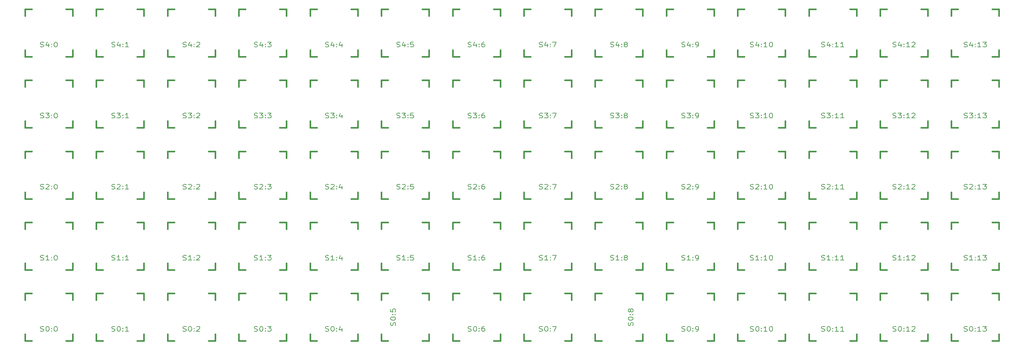
<source format=gbr>
G04 #@! TF.FileFunction,Legend,Top*
%FSLAX46Y46*%
G04 Gerber Fmt 4.6, Leading zero omitted, Abs format (unit mm)*
G04 Created by KiCad (PCBNEW 4.0.1-stable) date 4/18/2016 2:15:21 AM*
%MOMM*%
G01*
G04 APERTURE LIST*
%ADD10C,0.100000*%
%ADD11C,0.381000*%
%ADD12C,0.203200*%
G04 APERTURE END LIST*
D10*
D11*
X205650000Y-53650000D02*
X207428000Y-53650000D01*
X216572000Y-53650000D02*
X218350000Y-53650000D01*
X218350000Y-53650000D02*
X218350000Y-55428000D01*
X218350000Y-64572000D02*
X218350000Y-66350000D01*
X218350000Y-66350000D02*
X216572000Y-66350000D01*
X207428000Y-66350000D02*
X205650000Y-66350000D01*
X205650000Y-66350000D02*
X205650000Y-64572000D01*
X205650000Y-55428000D02*
X205650000Y-53650000D01*
X224650000Y-34650000D02*
X226428000Y-34650000D01*
X235572000Y-34650000D02*
X237350000Y-34650000D01*
X237350000Y-34650000D02*
X237350000Y-36428000D01*
X237350000Y-45572000D02*
X237350000Y-47350000D01*
X237350000Y-47350000D02*
X235572000Y-47350000D01*
X226428000Y-47350000D02*
X224650000Y-47350000D01*
X224650000Y-47350000D02*
X224650000Y-45572000D01*
X224650000Y-36428000D02*
X224650000Y-34650000D01*
X262650000Y-53650000D02*
X264428000Y-53650000D01*
X273572000Y-53650000D02*
X275350000Y-53650000D01*
X275350000Y-53650000D02*
X275350000Y-55428000D01*
X275350000Y-64572000D02*
X275350000Y-66350000D01*
X275350000Y-66350000D02*
X273572000Y-66350000D01*
X264428000Y-66350000D02*
X262650000Y-66350000D01*
X262650000Y-66350000D02*
X262650000Y-64572000D01*
X262650000Y-55428000D02*
X262650000Y-53650000D01*
X262650000Y-15650000D02*
X264428000Y-15650000D01*
X273572000Y-15650000D02*
X275350000Y-15650000D01*
X275350000Y-15650000D02*
X275350000Y-17428000D01*
X275350000Y-26572000D02*
X275350000Y-28350000D01*
X275350000Y-28350000D02*
X273572000Y-28350000D01*
X264428000Y-28350000D02*
X262650000Y-28350000D01*
X262650000Y-28350000D02*
X262650000Y-26572000D01*
X262650000Y-17428000D02*
X262650000Y-15650000D01*
X262650000Y-72650000D02*
X264428000Y-72650000D01*
X273572000Y-72650000D02*
X275350000Y-72650000D01*
X275350000Y-72650000D02*
X275350000Y-74428000D01*
X275350000Y-83572000D02*
X275350000Y-85350000D01*
X275350000Y-85350000D02*
X273572000Y-85350000D01*
X264428000Y-85350000D02*
X262650000Y-85350000D01*
X262650000Y-85350000D02*
X262650000Y-83572000D01*
X262650000Y-74428000D02*
X262650000Y-72650000D01*
X262650000Y-91650000D02*
X264428000Y-91650000D01*
X273572000Y-91650000D02*
X275350000Y-91650000D01*
X275350000Y-91650000D02*
X275350000Y-93428000D01*
X275350000Y-102572000D02*
X275350000Y-104350000D01*
X275350000Y-104350000D02*
X273572000Y-104350000D01*
X264428000Y-104350000D02*
X262650000Y-104350000D01*
X262650000Y-104350000D02*
X262650000Y-102572000D01*
X262650000Y-93428000D02*
X262650000Y-91650000D01*
X262650000Y-34650000D02*
X264428000Y-34650000D01*
X273572000Y-34650000D02*
X275350000Y-34650000D01*
X275350000Y-34650000D02*
X275350000Y-36428000D01*
X275350000Y-45572000D02*
X275350000Y-47350000D01*
X275350000Y-47350000D02*
X273572000Y-47350000D01*
X264428000Y-47350000D02*
X262650000Y-47350000D01*
X262650000Y-47350000D02*
X262650000Y-45572000D01*
X262650000Y-36428000D02*
X262650000Y-34650000D01*
X224650000Y-53650000D02*
X226428000Y-53650000D01*
X235572000Y-53650000D02*
X237350000Y-53650000D01*
X237350000Y-53650000D02*
X237350000Y-55428000D01*
X237350000Y-64572000D02*
X237350000Y-66350000D01*
X237350000Y-66350000D02*
X235572000Y-66350000D01*
X226428000Y-66350000D02*
X224650000Y-66350000D01*
X224650000Y-66350000D02*
X224650000Y-64572000D01*
X224650000Y-55428000D02*
X224650000Y-53650000D01*
X224650000Y-72650000D02*
X226428000Y-72650000D01*
X235572000Y-72650000D02*
X237350000Y-72650000D01*
X237350000Y-72650000D02*
X237350000Y-74428000D01*
X237350000Y-83572000D02*
X237350000Y-85350000D01*
X237350000Y-85350000D02*
X235572000Y-85350000D01*
X226428000Y-85350000D02*
X224650000Y-85350000D01*
X224650000Y-85350000D02*
X224650000Y-83572000D01*
X224650000Y-74428000D02*
X224650000Y-72650000D01*
X224650000Y-91650000D02*
X226428000Y-91650000D01*
X235572000Y-91650000D02*
X237350000Y-91650000D01*
X237350000Y-91650000D02*
X237350000Y-93428000D01*
X237350000Y-102572000D02*
X237350000Y-104350000D01*
X237350000Y-104350000D02*
X235572000Y-104350000D01*
X226428000Y-104350000D02*
X224650000Y-104350000D01*
X224650000Y-104350000D02*
X224650000Y-102572000D01*
X224650000Y-93428000D02*
X224650000Y-91650000D01*
X243650000Y-34650000D02*
X245428000Y-34650000D01*
X254572000Y-34650000D02*
X256350000Y-34650000D01*
X256350000Y-34650000D02*
X256350000Y-36428000D01*
X256350000Y-45572000D02*
X256350000Y-47350000D01*
X256350000Y-47350000D02*
X254572000Y-47350000D01*
X245428000Y-47350000D02*
X243650000Y-47350000D01*
X243650000Y-47350000D02*
X243650000Y-45572000D01*
X243650000Y-36428000D02*
X243650000Y-34650000D01*
X243650000Y-91650000D02*
X245428000Y-91650000D01*
X254572000Y-91650000D02*
X256350000Y-91650000D01*
X256350000Y-91650000D02*
X256350000Y-93428000D01*
X256350000Y-102572000D02*
X256350000Y-104350000D01*
X256350000Y-104350000D02*
X254572000Y-104350000D01*
X245428000Y-104350000D02*
X243650000Y-104350000D01*
X243650000Y-104350000D02*
X243650000Y-102572000D01*
X243650000Y-93428000D02*
X243650000Y-91650000D01*
X243650000Y-72650000D02*
X245428000Y-72650000D01*
X254572000Y-72650000D02*
X256350000Y-72650000D01*
X256350000Y-72650000D02*
X256350000Y-74428000D01*
X256350000Y-83572000D02*
X256350000Y-85350000D01*
X256350000Y-85350000D02*
X254572000Y-85350000D01*
X245428000Y-85350000D02*
X243650000Y-85350000D01*
X243650000Y-85350000D02*
X243650000Y-83572000D01*
X243650000Y-74428000D02*
X243650000Y-72650000D01*
X243650000Y-15650000D02*
X245428000Y-15650000D01*
X254572000Y-15650000D02*
X256350000Y-15650000D01*
X256350000Y-15650000D02*
X256350000Y-17428000D01*
X256350000Y-26572000D02*
X256350000Y-28350000D01*
X256350000Y-28350000D02*
X254572000Y-28350000D01*
X245428000Y-28350000D02*
X243650000Y-28350000D01*
X243650000Y-28350000D02*
X243650000Y-26572000D01*
X243650000Y-17428000D02*
X243650000Y-15650000D01*
X243650000Y-53650000D02*
X245428000Y-53650000D01*
X254572000Y-53650000D02*
X256350000Y-53650000D01*
X256350000Y-53650000D02*
X256350000Y-55428000D01*
X256350000Y-64572000D02*
X256350000Y-66350000D01*
X256350000Y-66350000D02*
X254572000Y-66350000D01*
X245428000Y-66350000D02*
X243650000Y-66350000D01*
X243650000Y-66350000D02*
X243650000Y-64572000D01*
X243650000Y-55428000D02*
X243650000Y-53650000D01*
X224650000Y-15650000D02*
X226428000Y-15650000D01*
X235572000Y-15650000D02*
X237350000Y-15650000D01*
X237350000Y-15650000D02*
X237350000Y-17428000D01*
X237350000Y-26572000D02*
X237350000Y-28350000D01*
X237350000Y-28350000D02*
X235572000Y-28350000D01*
X226428000Y-28350000D02*
X224650000Y-28350000D01*
X224650000Y-28350000D02*
X224650000Y-26572000D01*
X224650000Y-17428000D02*
X224650000Y-15650000D01*
X110650000Y-53650000D02*
X112428000Y-53650000D01*
X121572000Y-53650000D02*
X123350000Y-53650000D01*
X123350000Y-53650000D02*
X123350000Y-55428000D01*
X123350000Y-64572000D02*
X123350000Y-66350000D01*
X123350000Y-66350000D02*
X121572000Y-66350000D01*
X112428000Y-66350000D02*
X110650000Y-66350000D01*
X110650000Y-66350000D02*
X110650000Y-64572000D01*
X110650000Y-55428000D02*
X110650000Y-53650000D01*
X110650000Y-15650000D02*
X112428000Y-15650000D01*
X121572000Y-15650000D02*
X123350000Y-15650000D01*
X123350000Y-15650000D02*
X123350000Y-17428000D01*
X123350000Y-26572000D02*
X123350000Y-28350000D01*
X123350000Y-28350000D02*
X121572000Y-28350000D01*
X112428000Y-28350000D02*
X110650000Y-28350000D01*
X110650000Y-28350000D02*
X110650000Y-26572000D01*
X110650000Y-17428000D02*
X110650000Y-15650000D01*
X110650000Y-72650000D02*
X112428000Y-72650000D01*
X121572000Y-72650000D02*
X123350000Y-72650000D01*
X123350000Y-72650000D02*
X123350000Y-74428000D01*
X123350000Y-83572000D02*
X123350000Y-85350000D01*
X123350000Y-85350000D02*
X121572000Y-85350000D01*
X112428000Y-85350000D02*
X110650000Y-85350000D01*
X110650000Y-85350000D02*
X110650000Y-83572000D01*
X110650000Y-74428000D02*
X110650000Y-72650000D01*
X123350000Y-91650000D02*
X123350000Y-93428000D01*
X123350000Y-102572000D02*
X123350000Y-104350000D01*
X123350000Y-104350000D02*
X121572000Y-104350000D01*
X112428000Y-104350000D02*
X110650000Y-104350000D01*
X110650000Y-104350000D02*
X110650000Y-102572000D01*
X110650000Y-93428000D02*
X110650000Y-91650000D01*
X110650000Y-91650000D02*
X112428000Y-91650000D01*
X121572000Y-91650000D02*
X123350000Y-91650000D01*
X110650000Y-34650000D02*
X112428000Y-34650000D01*
X121572000Y-34650000D02*
X123350000Y-34650000D01*
X123350000Y-34650000D02*
X123350000Y-36428000D01*
X123350000Y-45572000D02*
X123350000Y-47350000D01*
X123350000Y-47350000D02*
X121572000Y-47350000D01*
X112428000Y-47350000D02*
X110650000Y-47350000D01*
X110650000Y-47350000D02*
X110650000Y-45572000D01*
X110650000Y-36428000D02*
X110650000Y-34650000D01*
X129650000Y-34650000D02*
X131428000Y-34650000D01*
X140572000Y-34650000D02*
X142350000Y-34650000D01*
X142350000Y-34650000D02*
X142350000Y-36428000D01*
X142350000Y-45572000D02*
X142350000Y-47350000D01*
X142350000Y-47350000D02*
X140572000Y-47350000D01*
X131428000Y-47350000D02*
X129650000Y-47350000D01*
X129650000Y-47350000D02*
X129650000Y-45572000D01*
X129650000Y-36428000D02*
X129650000Y-34650000D01*
X129650000Y-91650000D02*
X131428000Y-91650000D01*
X140572000Y-91650000D02*
X142350000Y-91650000D01*
X142350000Y-91650000D02*
X142350000Y-93428000D01*
X142350000Y-102572000D02*
X142350000Y-104350000D01*
X142350000Y-104350000D02*
X140572000Y-104350000D01*
X131428000Y-104350000D02*
X129650000Y-104350000D01*
X129650000Y-104350000D02*
X129650000Y-102572000D01*
X129650000Y-93428000D02*
X129650000Y-91650000D01*
X129650000Y-72650000D02*
X131428000Y-72650000D01*
X140572000Y-72650000D02*
X142350000Y-72650000D01*
X142350000Y-72650000D02*
X142350000Y-74428000D01*
X142350000Y-83572000D02*
X142350000Y-85350000D01*
X142350000Y-85350000D02*
X140572000Y-85350000D01*
X131428000Y-85350000D02*
X129650000Y-85350000D01*
X129650000Y-85350000D02*
X129650000Y-83572000D01*
X129650000Y-74428000D02*
X129650000Y-72650000D01*
X148650000Y-15650000D02*
X150428000Y-15650000D01*
X159572000Y-15650000D02*
X161350000Y-15650000D01*
X161350000Y-15650000D02*
X161350000Y-17428000D01*
X161350000Y-26572000D02*
X161350000Y-28350000D01*
X161350000Y-28350000D02*
X159572000Y-28350000D01*
X150428000Y-28350000D02*
X148650000Y-28350000D01*
X148650000Y-28350000D02*
X148650000Y-26572000D01*
X148650000Y-17428000D02*
X148650000Y-15650000D01*
X129650000Y-15650000D02*
X131428000Y-15650000D01*
X140572000Y-15650000D02*
X142350000Y-15650000D01*
X142350000Y-15650000D02*
X142350000Y-17428000D01*
X142350000Y-26572000D02*
X142350000Y-28350000D01*
X142350000Y-28350000D02*
X140572000Y-28350000D01*
X131428000Y-28350000D02*
X129650000Y-28350000D01*
X129650000Y-28350000D02*
X129650000Y-26572000D01*
X129650000Y-17428000D02*
X129650000Y-15650000D01*
X148650000Y-34650000D02*
X150428000Y-34650000D01*
X159572000Y-34650000D02*
X161350000Y-34650000D01*
X161350000Y-34650000D02*
X161350000Y-36428000D01*
X161350000Y-45572000D02*
X161350000Y-47350000D01*
X161350000Y-47350000D02*
X159572000Y-47350000D01*
X150428000Y-47350000D02*
X148650000Y-47350000D01*
X148650000Y-47350000D02*
X148650000Y-45572000D01*
X148650000Y-36428000D02*
X148650000Y-34650000D01*
X129650000Y-53650000D02*
X131428000Y-53650000D01*
X140572000Y-53650000D02*
X142350000Y-53650000D01*
X142350000Y-53650000D02*
X142350000Y-55428000D01*
X142350000Y-64572000D02*
X142350000Y-66350000D01*
X142350000Y-66350000D02*
X140572000Y-66350000D01*
X131428000Y-66350000D02*
X129650000Y-66350000D01*
X129650000Y-66350000D02*
X129650000Y-64572000D01*
X129650000Y-55428000D02*
X129650000Y-53650000D01*
X167650000Y-34650000D02*
X169428000Y-34650000D01*
X178572000Y-34650000D02*
X180350000Y-34650000D01*
X180350000Y-34650000D02*
X180350000Y-36428000D01*
X180350000Y-45572000D02*
X180350000Y-47350000D01*
X180350000Y-47350000D02*
X178572000Y-47350000D01*
X169428000Y-47350000D02*
X167650000Y-47350000D01*
X167650000Y-47350000D02*
X167650000Y-45572000D01*
X167650000Y-36428000D02*
X167650000Y-34650000D01*
X167650000Y-15650000D02*
X169428000Y-15650000D01*
X178572000Y-15650000D02*
X180350000Y-15650000D01*
X180350000Y-15650000D02*
X180350000Y-17428000D01*
X180350000Y-26572000D02*
X180350000Y-28350000D01*
X180350000Y-28350000D02*
X178572000Y-28350000D01*
X169428000Y-28350000D02*
X167650000Y-28350000D01*
X167650000Y-28350000D02*
X167650000Y-26572000D01*
X167650000Y-17428000D02*
X167650000Y-15650000D01*
X186650000Y-34650000D02*
X188428000Y-34650000D01*
X197572000Y-34650000D02*
X199350000Y-34650000D01*
X199350000Y-34650000D02*
X199350000Y-36428000D01*
X199350000Y-45572000D02*
X199350000Y-47350000D01*
X199350000Y-47350000D02*
X197572000Y-47350000D01*
X188428000Y-47350000D02*
X186650000Y-47350000D01*
X186650000Y-47350000D02*
X186650000Y-45572000D01*
X186650000Y-36428000D02*
X186650000Y-34650000D01*
X186650000Y-15650000D02*
X188428000Y-15650000D01*
X197572000Y-15650000D02*
X199350000Y-15650000D01*
X199350000Y-15650000D02*
X199350000Y-17428000D01*
X199350000Y-26572000D02*
X199350000Y-28350000D01*
X199350000Y-28350000D02*
X197572000Y-28350000D01*
X188428000Y-28350000D02*
X186650000Y-28350000D01*
X186650000Y-28350000D02*
X186650000Y-26572000D01*
X186650000Y-17428000D02*
X186650000Y-15650000D01*
X205650000Y-15650000D02*
X207428000Y-15650000D01*
X216572000Y-15650000D02*
X218350000Y-15650000D01*
X218350000Y-15650000D02*
X218350000Y-17428000D01*
X218350000Y-26572000D02*
X218350000Y-28350000D01*
X218350000Y-28350000D02*
X216572000Y-28350000D01*
X207428000Y-28350000D02*
X205650000Y-28350000D01*
X205650000Y-28350000D02*
X205650000Y-26572000D01*
X205650000Y-17428000D02*
X205650000Y-15650000D01*
X205650000Y-72650000D02*
X207428000Y-72650000D01*
X216572000Y-72650000D02*
X218350000Y-72650000D01*
X218350000Y-72650000D02*
X218350000Y-74428000D01*
X218350000Y-83572000D02*
X218350000Y-85350000D01*
X218350000Y-85350000D02*
X216572000Y-85350000D01*
X207428000Y-85350000D02*
X205650000Y-85350000D01*
X205650000Y-85350000D02*
X205650000Y-83572000D01*
X205650000Y-74428000D02*
X205650000Y-72650000D01*
X205650000Y-91650000D02*
X207428000Y-91650000D01*
X216572000Y-91650000D02*
X218350000Y-91650000D01*
X218350000Y-91650000D02*
X218350000Y-93428000D01*
X218350000Y-102572000D02*
X218350000Y-104350000D01*
X218350000Y-104350000D02*
X216572000Y-104350000D01*
X207428000Y-104350000D02*
X205650000Y-104350000D01*
X205650000Y-104350000D02*
X205650000Y-102572000D01*
X205650000Y-93428000D02*
X205650000Y-91650000D01*
X205650000Y-34650000D02*
X207428000Y-34650000D01*
X216572000Y-34650000D02*
X218350000Y-34650000D01*
X218350000Y-34650000D02*
X218350000Y-36428000D01*
X218350000Y-45572000D02*
X218350000Y-47350000D01*
X218350000Y-47350000D02*
X216572000Y-47350000D01*
X207428000Y-47350000D02*
X205650000Y-47350000D01*
X205650000Y-47350000D02*
X205650000Y-45572000D01*
X205650000Y-36428000D02*
X205650000Y-34650000D01*
X148650000Y-53650000D02*
X150428000Y-53650000D01*
X159572000Y-53650000D02*
X161350000Y-53650000D01*
X161350000Y-53650000D02*
X161350000Y-55428000D01*
X161350000Y-64572000D02*
X161350000Y-66350000D01*
X161350000Y-66350000D02*
X159572000Y-66350000D01*
X150428000Y-66350000D02*
X148650000Y-66350000D01*
X148650000Y-66350000D02*
X148650000Y-64572000D01*
X148650000Y-55428000D02*
X148650000Y-53650000D01*
X148650000Y-72650000D02*
X150428000Y-72650000D01*
X159572000Y-72650000D02*
X161350000Y-72650000D01*
X161350000Y-72650000D02*
X161350000Y-74428000D01*
X161350000Y-83572000D02*
X161350000Y-85350000D01*
X161350000Y-85350000D02*
X159572000Y-85350000D01*
X150428000Y-85350000D02*
X148650000Y-85350000D01*
X148650000Y-85350000D02*
X148650000Y-83572000D01*
X148650000Y-74428000D02*
X148650000Y-72650000D01*
X148650000Y-91650000D02*
X150428000Y-91650000D01*
X159572000Y-91650000D02*
X161350000Y-91650000D01*
X161350000Y-91650000D02*
X161350000Y-93428000D01*
X161350000Y-102572000D02*
X161350000Y-104350000D01*
X161350000Y-104350000D02*
X159572000Y-104350000D01*
X150428000Y-104350000D02*
X148650000Y-104350000D01*
X148650000Y-104350000D02*
X148650000Y-102572000D01*
X148650000Y-93428000D02*
X148650000Y-91650000D01*
X186650000Y-91650000D02*
X188428000Y-91650000D01*
X197572000Y-91650000D02*
X199350000Y-91650000D01*
X199350000Y-91650000D02*
X199350000Y-93428000D01*
X199350000Y-102572000D02*
X199350000Y-104350000D01*
X199350000Y-104350000D02*
X197572000Y-104350000D01*
X188428000Y-104350000D02*
X186650000Y-104350000D01*
X186650000Y-104350000D02*
X186650000Y-102572000D01*
X186650000Y-93428000D02*
X186650000Y-91650000D01*
X186650000Y-72650000D02*
X188428000Y-72650000D01*
X197572000Y-72650000D02*
X199350000Y-72650000D01*
X199350000Y-72650000D02*
X199350000Y-74428000D01*
X199350000Y-83572000D02*
X199350000Y-85350000D01*
X199350000Y-85350000D02*
X197572000Y-85350000D01*
X188428000Y-85350000D02*
X186650000Y-85350000D01*
X186650000Y-85350000D02*
X186650000Y-83572000D01*
X186650000Y-74428000D02*
X186650000Y-72650000D01*
X186650000Y-53650000D02*
X188428000Y-53650000D01*
X197572000Y-53650000D02*
X199350000Y-53650000D01*
X199350000Y-53650000D02*
X199350000Y-55428000D01*
X199350000Y-64572000D02*
X199350000Y-66350000D01*
X199350000Y-66350000D02*
X197572000Y-66350000D01*
X188428000Y-66350000D02*
X186650000Y-66350000D01*
X186650000Y-66350000D02*
X186650000Y-64572000D01*
X186650000Y-55428000D02*
X186650000Y-53650000D01*
X167650000Y-53650000D02*
X169428000Y-53650000D01*
X178572000Y-53650000D02*
X180350000Y-53650000D01*
X180350000Y-53650000D02*
X180350000Y-55428000D01*
X180350000Y-64572000D02*
X180350000Y-66350000D01*
X180350000Y-66350000D02*
X178572000Y-66350000D01*
X169428000Y-66350000D02*
X167650000Y-66350000D01*
X167650000Y-66350000D02*
X167650000Y-64572000D01*
X167650000Y-55428000D02*
X167650000Y-53650000D01*
X167650000Y-72650000D02*
X169428000Y-72650000D01*
X178572000Y-72650000D02*
X180350000Y-72650000D01*
X180350000Y-72650000D02*
X180350000Y-74428000D01*
X180350000Y-83572000D02*
X180350000Y-85350000D01*
X180350000Y-85350000D02*
X178572000Y-85350000D01*
X169428000Y-85350000D02*
X167650000Y-85350000D01*
X167650000Y-85350000D02*
X167650000Y-83572000D01*
X167650000Y-74428000D02*
X167650000Y-72650000D01*
X167650000Y-104350000D02*
X167650000Y-102572000D01*
X167650000Y-93428000D02*
X167650000Y-91650000D01*
X167650000Y-91650000D02*
X169428000Y-91650000D01*
X178572000Y-91650000D02*
X180350000Y-91650000D01*
X180350000Y-91650000D02*
X180350000Y-93428000D01*
X180350000Y-102572000D02*
X180350000Y-104350000D01*
X180350000Y-104350000D02*
X178572000Y-104350000D01*
X169428000Y-104350000D02*
X167650000Y-104350000D01*
X53650000Y-91650000D02*
X55428000Y-91650000D01*
X64572000Y-91650000D02*
X66350000Y-91650000D01*
X66350000Y-91650000D02*
X66350000Y-93428000D01*
X66350000Y-102572000D02*
X66350000Y-104350000D01*
X66350000Y-104350000D02*
X64572000Y-104350000D01*
X55428000Y-104350000D02*
X53650000Y-104350000D01*
X53650000Y-104350000D02*
X53650000Y-102572000D01*
X53650000Y-93428000D02*
X53650000Y-91650000D01*
X53650000Y-72650000D02*
X55428000Y-72650000D01*
X64572000Y-72650000D02*
X66350000Y-72650000D01*
X66350000Y-72650000D02*
X66350000Y-74428000D01*
X66350000Y-83572000D02*
X66350000Y-85350000D01*
X66350000Y-85350000D02*
X64572000Y-85350000D01*
X55428000Y-85350000D02*
X53650000Y-85350000D01*
X53650000Y-85350000D02*
X53650000Y-83572000D01*
X53650000Y-74428000D02*
X53650000Y-72650000D01*
X53650000Y-53650000D02*
X55428000Y-53650000D01*
X64572000Y-53650000D02*
X66350000Y-53650000D01*
X66350000Y-53650000D02*
X66350000Y-55428000D01*
X66350000Y-64572000D02*
X66350000Y-66350000D01*
X66350000Y-66350000D02*
X64572000Y-66350000D01*
X55428000Y-66350000D02*
X53650000Y-66350000D01*
X53650000Y-66350000D02*
X53650000Y-64572000D01*
X53650000Y-55428000D02*
X53650000Y-53650000D01*
X72650000Y-53650000D02*
X74428000Y-53650000D01*
X83572000Y-53650000D02*
X85350000Y-53650000D01*
X85350000Y-53650000D02*
X85350000Y-55428000D01*
X85350000Y-64572000D02*
X85350000Y-66350000D01*
X85350000Y-66350000D02*
X83572000Y-66350000D01*
X74428000Y-66350000D02*
X72650000Y-66350000D01*
X72650000Y-66350000D02*
X72650000Y-64572000D01*
X72650000Y-55428000D02*
X72650000Y-53650000D01*
X72650000Y-72650000D02*
X74428000Y-72650000D01*
X83572000Y-72650000D02*
X85350000Y-72650000D01*
X85350000Y-72650000D02*
X85350000Y-74428000D01*
X85350000Y-83572000D02*
X85350000Y-85350000D01*
X85350000Y-85350000D02*
X83572000Y-85350000D01*
X74428000Y-85350000D02*
X72650000Y-85350000D01*
X72650000Y-85350000D02*
X72650000Y-83572000D01*
X72650000Y-74428000D02*
X72650000Y-72650000D01*
X72650000Y-91650000D02*
X74428000Y-91650000D01*
X83572000Y-91650000D02*
X85350000Y-91650000D01*
X85350000Y-91650000D02*
X85350000Y-93428000D01*
X85350000Y-102572000D02*
X85350000Y-104350000D01*
X85350000Y-104350000D02*
X83572000Y-104350000D01*
X74428000Y-104350000D02*
X72650000Y-104350000D01*
X72650000Y-104350000D02*
X72650000Y-102572000D01*
X72650000Y-93428000D02*
X72650000Y-91650000D01*
X34650000Y-91650000D02*
X36428000Y-91650000D01*
X45572000Y-91650000D02*
X47350000Y-91650000D01*
X47350000Y-91650000D02*
X47350000Y-93428000D01*
X47350000Y-102572000D02*
X47350000Y-104350000D01*
X47350000Y-104350000D02*
X45572000Y-104350000D01*
X36428000Y-104350000D02*
X34650000Y-104350000D01*
X34650000Y-104350000D02*
X34650000Y-102572000D01*
X34650000Y-93428000D02*
X34650000Y-91650000D01*
X34650000Y-72650000D02*
X36428000Y-72650000D01*
X45572000Y-72650000D02*
X47350000Y-72650000D01*
X47350000Y-72650000D02*
X47350000Y-74428000D01*
X47350000Y-83572000D02*
X47350000Y-85350000D01*
X47350000Y-85350000D02*
X45572000Y-85350000D01*
X36428000Y-85350000D02*
X34650000Y-85350000D01*
X34650000Y-85350000D02*
X34650000Y-83572000D01*
X34650000Y-74428000D02*
X34650000Y-72650000D01*
X34650000Y-53650000D02*
X36428000Y-53650000D01*
X45572000Y-53650000D02*
X47350000Y-53650000D01*
X47350000Y-53650000D02*
X47350000Y-55428000D01*
X47350000Y-64572000D02*
X47350000Y-66350000D01*
X47350000Y-66350000D02*
X45572000Y-66350000D01*
X36428000Y-66350000D02*
X34650000Y-66350000D01*
X34650000Y-66350000D02*
X34650000Y-64572000D01*
X34650000Y-55428000D02*
X34650000Y-53650000D01*
X91650000Y-34650000D02*
X93428000Y-34650000D01*
X102572000Y-34650000D02*
X104350000Y-34650000D01*
X104350000Y-34650000D02*
X104350000Y-36428000D01*
X104350000Y-45572000D02*
X104350000Y-47350000D01*
X104350000Y-47350000D02*
X102572000Y-47350000D01*
X93428000Y-47350000D02*
X91650000Y-47350000D01*
X91650000Y-47350000D02*
X91650000Y-45572000D01*
X91650000Y-36428000D02*
X91650000Y-34650000D01*
X91650000Y-91650000D02*
X93428000Y-91650000D01*
X102572000Y-91650000D02*
X104350000Y-91650000D01*
X104350000Y-91650000D02*
X104350000Y-93428000D01*
X104350000Y-102572000D02*
X104350000Y-104350000D01*
X104350000Y-104350000D02*
X102572000Y-104350000D01*
X93428000Y-104350000D02*
X91650000Y-104350000D01*
X91650000Y-104350000D02*
X91650000Y-102572000D01*
X91650000Y-93428000D02*
X91650000Y-91650000D01*
X91650000Y-72650000D02*
X93428000Y-72650000D01*
X102572000Y-72650000D02*
X104350000Y-72650000D01*
X104350000Y-72650000D02*
X104350000Y-74428000D01*
X104350000Y-83572000D02*
X104350000Y-85350000D01*
X104350000Y-85350000D02*
X102572000Y-85350000D01*
X93428000Y-85350000D02*
X91650000Y-85350000D01*
X91650000Y-85350000D02*
X91650000Y-83572000D01*
X91650000Y-74428000D02*
X91650000Y-72650000D01*
X91650000Y-15650000D02*
X93428000Y-15650000D01*
X102572000Y-15650000D02*
X104350000Y-15650000D01*
X104350000Y-15650000D02*
X104350000Y-17428000D01*
X104350000Y-26572000D02*
X104350000Y-28350000D01*
X104350000Y-28350000D02*
X102572000Y-28350000D01*
X93428000Y-28350000D02*
X91650000Y-28350000D01*
X91650000Y-28350000D02*
X91650000Y-26572000D01*
X91650000Y-17428000D02*
X91650000Y-15650000D01*
X91650000Y-53650000D02*
X93428000Y-53650000D01*
X102572000Y-53650000D02*
X104350000Y-53650000D01*
X104350000Y-53650000D02*
X104350000Y-55428000D01*
X104350000Y-64572000D02*
X104350000Y-66350000D01*
X104350000Y-66350000D02*
X102572000Y-66350000D01*
X93428000Y-66350000D02*
X91650000Y-66350000D01*
X91650000Y-66350000D02*
X91650000Y-64572000D01*
X91650000Y-55428000D02*
X91650000Y-53650000D01*
X72650000Y-15650000D02*
X74428000Y-15650000D01*
X83572000Y-15650000D02*
X85350000Y-15650000D01*
X85350000Y-15650000D02*
X85350000Y-17428000D01*
X85350000Y-26572000D02*
X85350000Y-28350000D01*
X85350000Y-28350000D02*
X83572000Y-28350000D01*
X74428000Y-28350000D02*
X72650000Y-28350000D01*
X72650000Y-28350000D02*
X72650000Y-26572000D01*
X72650000Y-17428000D02*
X72650000Y-15650000D01*
X72650000Y-34650000D02*
X74428000Y-34650000D01*
X83572000Y-34650000D02*
X85350000Y-34650000D01*
X85350000Y-34650000D02*
X85350000Y-36428000D01*
X85350000Y-45572000D02*
X85350000Y-47350000D01*
X85350000Y-47350000D02*
X83572000Y-47350000D01*
X74428000Y-47350000D02*
X72650000Y-47350000D01*
X72650000Y-47350000D02*
X72650000Y-45572000D01*
X72650000Y-36428000D02*
X72650000Y-34650000D01*
X53650000Y-15650000D02*
X55428000Y-15650000D01*
X64572000Y-15650000D02*
X66350000Y-15650000D01*
X66350000Y-15650000D02*
X66350000Y-17428000D01*
X66350000Y-26572000D02*
X66350000Y-28350000D01*
X66350000Y-28350000D02*
X64572000Y-28350000D01*
X55428000Y-28350000D02*
X53650000Y-28350000D01*
X53650000Y-28350000D02*
X53650000Y-26572000D01*
X53650000Y-17428000D02*
X53650000Y-15650000D01*
X53650000Y-34650000D02*
X55428000Y-34650000D01*
X64572000Y-34650000D02*
X66350000Y-34650000D01*
X66350000Y-34650000D02*
X66350000Y-36428000D01*
X66350000Y-45572000D02*
X66350000Y-47350000D01*
X66350000Y-47350000D02*
X64572000Y-47350000D01*
X55428000Y-47350000D02*
X53650000Y-47350000D01*
X53650000Y-47350000D02*
X53650000Y-45572000D01*
X53650000Y-36428000D02*
X53650000Y-34650000D01*
X15650000Y-53650000D02*
X17428000Y-53650000D01*
X26572000Y-53650000D02*
X28350000Y-53650000D01*
X28350000Y-53650000D02*
X28350000Y-55428000D01*
X28350000Y-64572000D02*
X28350000Y-66350000D01*
X28350000Y-66350000D02*
X26572000Y-66350000D01*
X17428000Y-66350000D02*
X15650000Y-66350000D01*
X15650000Y-66350000D02*
X15650000Y-64572000D01*
X15650000Y-55428000D02*
X15650000Y-53650000D01*
X34650000Y-34650000D02*
X36428000Y-34650000D01*
X45572000Y-34650000D02*
X47350000Y-34650000D01*
X47350000Y-34650000D02*
X47350000Y-36428000D01*
X47350000Y-45572000D02*
X47350000Y-47350000D01*
X47350000Y-47350000D02*
X45572000Y-47350000D01*
X36428000Y-47350000D02*
X34650000Y-47350000D01*
X34650000Y-47350000D02*
X34650000Y-45572000D01*
X34650000Y-36428000D02*
X34650000Y-34650000D01*
X15650000Y-15650000D02*
X17428000Y-15650000D01*
X26572000Y-15650000D02*
X28350000Y-15650000D01*
X28350000Y-15650000D02*
X28350000Y-17428000D01*
X28350000Y-26572000D02*
X28350000Y-28350000D01*
X28350000Y-28350000D02*
X26572000Y-28350000D01*
X17428000Y-28350000D02*
X15650000Y-28350000D01*
X15650000Y-28350000D02*
X15650000Y-26572000D01*
X15650000Y-17428000D02*
X15650000Y-15650000D01*
X34650000Y-15650000D02*
X36428000Y-15650000D01*
X45572000Y-15650000D02*
X47350000Y-15650000D01*
X47350000Y-15650000D02*
X47350000Y-17428000D01*
X47350000Y-26572000D02*
X47350000Y-28350000D01*
X47350000Y-28350000D02*
X45572000Y-28350000D01*
X36428000Y-28350000D02*
X34650000Y-28350000D01*
X34650000Y-28350000D02*
X34650000Y-26572000D01*
X34650000Y-17428000D02*
X34650000Y-15650000D01*
X15650000Y-72650000D02*
X17428000Y-72650000D01*
X26572000Y-72650000D02*
X28350000Y-72650000D01*
X28350000Y-72650000D02*
X28350000Y-74428000D01*
X28350000Y-83572000D02*
X28350000Y-85350000D01*
X28350000Y-85350000D02*
X26572000Y-85350000D01*
X17428000Y-85350000D02*
X15650000Y-85350000D01*
X15650000Y-85350000D02*
X15650000Y-83572000D01*
X15650000Y-74428000D02*
X15650000Y-72650000D01*
X15650000Y-91650000D02*
X17428000Y-91650000D01*
X26572000Y-91650000D02*
X28350000Y-91650000D01*
X28350000Y-91650000D02*
X28350000Y-93428000D01*
X28350000Y-102572000D02*
X28350000Y-104350000D01*
X28350000Y-104350000D02*
X26572000Y-104350000D01*
X17428000Y-104350000D02*
X15650000Y-104350000D01*
X15650000Y-104350000D02*
X15650000Y-102572000D01*
X15650000Y-93428000D02*
X15650000Y-91650000D01*
X15650000Y-34650000D02*
X17428000Y-34650000D01*
X26572000Y-34650000D02*
X28350000Y-34650000D01*
X28350000Y-34650000D02*
X28350000Y-36428000D01*
X28350000Y-45572000D02*
X28350000Y-47350000D01*
X28350000Y-47350000D02*
X26572000Y-47350000D01*
X17428000Y-47350000D02*
X15650000Y-47350000D01*
X15650000Y-47350000D02*
X15650000Y-45572000D01*
X15650000Y-36428000D02*
X15650000Y-34650000D01*
D12*
X209024571Y-63689048D02*
X209242285Y-63749524D01*
X209605142Y-63749524D01*
X209750285Y-63689048D01*
X209822856Y-63628571D01*
X209895428Y-63507619D01*
X209895428Y-63386667D01*
X209822856Y-63265714D01*
X209750285Y-63205238D01*
X209605142Y-63144762D01*
X209314856Y-63084286D01*
X209169714Y-63023810D01*
X209097142Y-62963333D01*
X209024571Y-62842381D01*
X209024571Y-62721429D01*
X209097142Y-62600476D01*
X209169714Y-62540000D01*
X209314856Y-62479524D01*
X209677714Y-62479524D01*
X209895428Y-62540000D01*
X210476000Y-62600476D02*
X210548571Y-62540000D01*
X210693714Y-62479524D01*
X211056571Y-62479524D01*
X211201714Y-62540000D01*
X211274285Y-62600476D01*
X211346857Y-62721429D01*
X211346857Y-62842381D01*
X211274285Y-63023810D01*
X210403428Y-63749524D01*
X211346857Y-63749524D01*
X212000000Y-63628571D02*
X212072572Y-63689048D01*
X212000000Y-63749524D01*
X211927429Y-63689048D01*
X212000000Y-63628571D01*
X212000000Y-63749524D01*
X212000000Y-62963333D02*
X212072572Y-63023810D01*
X212000000Y-63084286D01*
X211927429Y-63023810D01*
X212000000Y-62963333D01*
X212000000Y-63084286D01*
X213524000Y-63749524D02*
X212653143Y-63749524D01*
X213088571Y-63749524D02*
X213088571Y-62479524D01*
X212943428Y-62660952D01*
X212798286Y-62781905D01*
X212653143Y-62842381D01*
X214467429Y-62479524D02*
X214612572Y-62479524D01*
X214757715Y-62540000D01*
X214830286Y-62600476D01*
X214902857Y-62721429D01*
X214975429Y-62963333D01*
X214975429Y-63265714D01*
X214902857Y-63507619D01*
X214830286Y-63628571D01*
X214757715Y-63689048D01*
X214612572Y-63749524D01*
X214467429Y-63749524D01*
X214322286Y-63689048D01*
X214249715Y-63628571D01*
X214177143Y-63507619D01*
X214104572Y-63265714D01*
X214104572Y-62963333D01*
X214177143Y-62721429D01*
X214249715Y-62600476D01*
X214322286Y-62540000D01*
X214467429Y-62479524D01*
X228024571Y-44689048D02*
X228242285Y-44749524D01*
X228605142Y-44749524D01*
X228750285Y-44689048D01*
X228822856Y-44628571D01*
X228895428Y-44507619D01*
X228895428Y-44386667D01*
X228822856Y-44265714D01*
X228750285Y-44205238D01*
X228605142Y-44144762D01*
X228314856Y-44084286D01*
X228169714Y-44023810D01*
X228097142Y-43963333D01*
X228024571Y-43842381D01*
X228024571Y-43721429D01*
X228097142Y-43600476D01*
X228169714Y-43540000D01*
X228314856Y-43479524D01*
X228677714Y-43479524D01*
X228895428Y-43540000D01*
X229403428Y-43479524D02*
X230346857Y-43479524D01*
X229838857Y-43963333D01*
X230056571Y-43963333D01*
X230201714Y-44023810D01*
X230274285Y-44084286D01*
X230346857Y-44205238D01*
X230346857Y-44507619D01*
X230274285Y-44628571D01*
X230201714Y-44689048D01*
X230056571Y-44749524D01*
X229621143Y-44749524D01*
X229476000Y-44689048D01*
X229403428Y-44628571D01*
X231000000Y-44628571D02*
X231072572Y-44689048D01*
X231000000Y-44749524D01*
X230927429Y-44689048D01*
X231000000Y-44628571D01*
X231000000Y-44749524D01*
X231000000Y-43963333D02*
X231072572Y-44023810D01*
X231000000Y-44084286D01*
X230927429Y-44023810D01*
X231000000Y-43963333D01*
X231000000Y-44084286D01*
X232524000Y-44749524D02*
X231653143Y-44749524D01*
X232088571Y-44749524D02*
X232088571Y-43479524D01*
X231943428Y-43660952D01*
X231798286Y-43781905D01*
X231653143Y-43842381D01*
X233975429Y-44749524D02*
X233104572Y-44749524D01*
X233540000Y-44749524D02*
X233540000Y-43479524D01*
X233394857Y-43660952D01*
X233249715Y-43781905D01*
X233104572Y-43842381D01*
X266024571Y-63689048D02*
X266242285Y-63749524D01*
X266605142Y-63749524D01*
X266750285Y-63689048D01*
X266822856Y-63628571D01*
X266895428Y-63507619D01*
X266895428Y-63386667D01*
X266822856Y-63265714D01*
X266750285Y-63205238D01*
X266605142Y-63144762D01*
X266314856Y-63084286D01*
X266169714Y-63023810D01*
X266097142Y-62963333D01*
X266024571Y-62842381D01*
X266024571Y-62721429D01*
X266097142Y-62600476D01*
X266169714Y-62540000D01*
X266314856Y-62479524D01*
X266677714Y-62479524D01*
X266895428Y-62540000D01*
X267476000Y-62600476D02*
X267548571Y-62540000D01*
X267693714Y-62479524D01*
X268056571Y-62479524D01*
X268201714Y-62540000D01*
X268274285Y-62600476D01*
X268346857Y-62721429D01*
X268346857Y-62842381D01*
X268274285Y-63023810D01*
X267403428Y-63749524D01*
X268346857Y-63749524D01*
X269000000Y-63628571D02*
X269072572Y-63689048D01*
X269000000Y-63749524D01*
X268927429Y-63689048D01*
X269000000Y-63628571D01*
X269000000Y-63749524D01*
X269000000Y-62963333D02*
X269072572Y-63023810D01*
X269000000Y-63084286D01*
X268927429Y-63023810D01*
X269000000Y-62963333D01*
X269000000Y-63084286D01*
X270524000Y-63749524D02*
X269653143Y-63749524D01*
X270088571Y-63749524D02*
X270088571Y-62479524D01*
X269943428Y-62660952D01*
X269798286Y-62781905D01*
X269653143Y-62842381D01*
X271032000Y-62479524D02*
X271975429Y-62479524D01*
X271467429Y-62963333D01*
X271685143Y-62963333D01*
X271830286Y-63023810D01*
X271902857Y-63084286D01*
X271975429Y-63205238D01*
X271975429Y-63507619D01*
X271902857Y-63628571D01*
X271830286Y-63689048D01*
X271685143Y-63749524D01*
X271249715Y-63749524D01*
X271104572Y-63689048D01*
X271032000Y-63628571D01*
X266024571Y-25689048D02*
X266242285Y-25749524D01*
X266605142Y-25749524D01*
X266750285Y-25689048D01*
X266822856Y-25628571D01*
X266895428Y-25507619D01*
X266895428Y-25386667D01*
X266822856Y-25265714D01*
X266750285Y-25205238D01*
X266605142Y-25144762D01*
X266314856Y-25084286D01*
X266169714Y-25023810D01*
X266097142Y-24963333D01*
X266024571Y-24842381D01*
X266024571Y-24721429D01*
X266097142Y-24600476D01*
X266169714Y-24540000D01*
X266314856Y-24479524D01*
X266677714Y-24479524D01*
X266895428Y-24540000D01*
X268201714Y-24902857D02*
X268201714Y-25749524D01*
X267838857Y-24419048D02*
X267476000Y-25326190D01*
X268419428Y-25326190D01*
X269000000Y-25628571D02*
X269072572Y-25689048D01*
X269000000Y-25749524D01*
X268927429Y-25689048D01*
X269000000Y-25628571D01*
X269000000Y-25749524D01*
X269000000Y-24963333D02*
X269072572Y-25023810D01*
X269000000Y-25084286D01*
X268927429Y-25023810D01*
X269000000Y-24963333D01*
X269000000Y-25084286D01*
X270524000Y-25749524D02*
X269653143Y-25749524D01*
X270088571Y-25749524D02*
X270088571Y-24479524D01*
X269943428Y-24660952D01*
X269798286Y-24781905D01*
X269653143Y-24842381D01*
X271032000Y-24479524D02*
X271975429Y-24479524D01*
X271467429Y-24963333D01*
X271685143Y-24963333D01*
X271830286Y-25023810D01*
X271902857Y-25084286D01*
X271975429Y-25205238D01*
X271975429Y-25507619D01*
X271902857Y-25628571D01*
X271830286Y-25689048D01*
X271685143Y-25749524D01*
X271249715Y-25749524D01*
X271104572Y-25689048D01*
X271032000Y-25628571D01*
X266024571Y-82689048D02*
X266242285Y-82749524D01*
X266605142Y-82749524D01*
X266750285Y-82689048D01*
X266822856Y-82628571D01*
X266895428Y-82507619D01*
X266895428Y-82386667D01*
X266822856Y-82265714D01*
X266750285Y-82205238D01*
X266605142Y-82144762D01*
X266314856Y-82084286D01*
X266169714Y-82023810D01*
X266097142Y-81963333D01*
X266024571Y-81842381D01*
X266024571Y-81721429D01*
X266097142Y-81600476D01*
X266169714Y-81540000D01*
X266314856Y-81479524D01*
X266677714Y-81479524D01*
X266895428Y-81540000D01*
X268346857Y-82749524D02*
X267476000Y-82749524D01*
X267911428Y-82749524D02*
X267911428Y-81479524D01*
X267766285Y-81660952D01*
X267621143Y-81781905D01*
X267476000Y-81842381D01*
X269000000Y-82628571D02*
X269072572Y-82689048D01*
X269000000Y-82749524D01*
X268927429Y-82689048D01*
X269000000Y-82628571D01*
X269000000Y-82749524D01*
X269000000Y-81963333D02*
X269072572Y-82023810D01*
X269000000Y-82084286D01*
X268927429Y-82023810D01*
X269000000Y-81963333D01*
X269000000Y-82084286D01*
X270524000Y-82749524D02*
X269653143Y-82749524D01*
X270088571Y-82749524D02*
X270088571Y-81479524D01*
X269943428Y-81660952D01*
X269798286Y-81781905D01*
X269653143Y-81842381D01*
X271032000Y-81479524D02*
X271975429Y-81479524D01*
X271467429Y-81963333D01*
X271685143Y-81963333D01*
X271830286Y-82023810D01*
X271902857Y-82084286D01*
X271975429Y-82205238D01*
X271975429Y-82507619D01*
X271902857Y-82628571D01*
X271830286Y-82689048D01*
X271685143Y-82749524D01*
X271249715Y-82749524D01*
X271104572Y-82689048D01*
X271032000Y-82628571D01*
X266024571Y-101689048D02*
X266242285Y-101749524D01*
X266605142Y-101749524D01*
X266750285Y-101689048D01*
X266822856Y-101628571D01*
X266895428Y-101507619D01*
X266895428Y-101386667D01*
X266822856Y-101265714D01*
X266750285Y-101205238D01*
X266605142Y-101144762D01*
X266314856Y-101084286D01*
X266169714Y-101023810D01*
X266097142Y-100963333D01*
X266024571Y-100842381D01*
X266024571Y-100721429D01*
X266097142Y-100600476D01*
X266169714Y-100540000D01*
X266314856Y-100479524D01*
X266677714Y-100479524D01*
X266895428Y-100540000D01*
X267838857Y-100479524D02*
X267984000Y-100479524D01*
X268129143Y-100540000D01*
X268201714Y-100600476D01*
X268274285Y-100721429D01*
X268346857Y-100963333D01*
X268346857Y-101265714D01*
X268274285Y-101507619D01*
X268201714Y-101628571D01*
X268129143Y-101689048D01*
X267984000Y-101749524D01*
X267838857Y-101749524D01*
X267693714Y-101689048D01*
X267621143Y-101628571D01*
X267548571Y-101507619D01*
X267476000Y-101265714D01*
X267476000Y-100963333D01*
X267548571Y-100721429D01*
X267621143Y-100600476D01*
X267693714Y-100540000D01*
X267838857Y-100479524D01*
X269000000Y-101628571D02*
X269072572Y-101689048D01*
X269000000Y-101749524D01*
X268927429Y-101689048D01*
X269000000Y-101628571D01*
X269000000Y-101749524D01*
X269000000Y-100963333D02*
X269072572Y-101023810D01*
X269000000Y-101084286D01*
X268927429Y-101023810D01*
X269000000Y-100963333D01*
X269000000Y-101084286D01*
X270524000Y-101749524D02*
X269653143Y-101749524D01*
X270088571Y-101749524D02*
X270088571Y-100479524D01*
X269943428Y-100660952D01*
X269798286Y-100781905D01*
X269653143Y-100842381D01*
X271032000Y-100479524D02*
X271975429Y-100479524D01*
X271467429Y-100963333D01*
X271685143Y-100963333D01*
X271830286Y-101023810D01*
X271902857Y-101084286D01*
X271975429Y-101205238D01*
X271975429Y-101507619D01*
X271902857Y-101628571D01*
X271830286Y-101689048D01*
X271685143Y-101749524D01*
X271249715Y-101749524D01*
X271104572Y-101689048D01*
X271032000Y-101628571D01*
X266024571Y-44689048D02*
X266242285Y-44749524D01*
X266605142Y-44749524D01*
X266750285Y-44689048D01*
X266822856Y-44628571D01*
X266895428Y-44507619D01*
X266895428Y-44386667D01*
X266822856Y-44265714D01*
X266750285Y-44205238D01*
X266605142Y-44144762D01*
X266314856Y-44084286D01*
X266169714Y-44023810D01*
X266097142Y-43963333D01*
X266024571Y-43842381D01*
X266024571Y-43721429D01*
X266097142Y-43600476D01*
X266169714Y-43540000D01*
X266314856Y-43479524D01*
X266677714Y-43479524D01*
X266895428Y-43540000D01*
X267403428Y-43479524D02*
X268346857Y-43479524D01*
X267838857Y-43963333D01*
X268056571Y-43963333D01*
X268201714Y-44023810D01*
X268274285Y-44084286D01*
X268346857Y-44205238D01*
X268346857Y-44507619D01*
X268274285Y-44628571D01*
X268201714Y-44689048D01*
X268056571Y-44749524D01*
X267621143Y-44749524D01*
X267476000Y-44689048D01*
X267403428Y-44628571D01*
X269000000Y-44628571D02*
X269072572Y-44689048D01*
X269000000Y-44749524D01*
X268927429Y-44689048D01*
X269000000Y-44628571D01*
X269000000Y-44749524D01*
X269000000Y-43963333D02*
X269072572Y-44023810D01*
X269000000Y-44084286D01*
X268927429Y-44023810D01*
X269000000Y-43963333D01*
X269000000Y-44084286D01*
X270524000Y-44749524D02*
X269653143Y-44749524D01*
X270088571Y-44749524D02*
X270088571Y-43479524D01*
X269943428Y-43660952D01*
X269798286Y-43781905D01*
X269653143Y-43842381D01*
X271032000Y-43479524D02*
X271975429Y-43479524D01*
X271467429Y-43963333D01*
X271685143Y-43963333D01*
X271830286Y-44023810D01*
X271902857Y-44084286D01*
X271975429Y-44205238D01*
X271975429Y-44507619D01*
X271902857Y-44628571D01*
X271830286Y-44689048D01*
X271685143Y-44749524D01*
X271249715Y-44749524D01*
X271104572Y-44689048D01*
X271032000Y-44628571D01*
X228024571Y-63689048D02*
X228242285Y-63749524D01*
X228605142Y-63749524D01*
X228750285Y-63689048D01*
X228822856Y-63628571D01*
X228895428Y-63507619D01*
X228895428Y-63386667D01*
X228822856Y-63265714D01*
X228750285Y-63205238D01*
X228605142Y-63144762D01*
X228314856Y-63084286D01*
X228169714Y-63023810D01*
X228097142Y-62963333D01*
X228024571Y-62842381D01*
X228024571Y-62721429D01*
X228097142Y-62600476D01*
X228169714Y-62540000D01*
X228314856Y-62479524D01*
X228677714Y-62479524D01*
X228895428Y-62540000D01*
X229476000Y-62600476D02*
X229548571Y-62540000D01*
X229693714Y-62479524D01*
X230056571Y-62479524D01*
X230201714Y-62540000D01*
X230274285Y-62600476D01*
X230346857Y-62721429D01*
X230346857Y-62842381D01*
X230274285Y-63023810D01*
X229403428Y-63749524D01*
X230346857Y-63749524D01*
X231000000Y-63628571D02*
X231072572Y-63689048D01*
X231000000Y-63749524D01*
X230927429Y-63689048D01*
X231000000Y-63628571D01*
X231000000Y-63749524D01*
X231000000Y-62963333D02*
X231072572Y-63023810D01*
X231000000Y-63084286D01*
X230927429Y-63023810D01*
X231000000Y-62963333D01*
X231000000Y-63084286D01*
X232524000Y-63749524D02*
X231653143Y-63749524D01*
X232088571Y-63749524D02*
X232088571Y-62479524D01*
X231943428Y-62660952D01*
X231798286Y-62781905D01*
X231653143Y-62842381D01*
X233975429Y-63749524D02*
X233104572Y-63749524D01*
X233540000Y-63749524D02*
X233540000Y-62479524D01*
X233394857Y-62660952D01*
X233249715Y-62781905D01*
X233104572Y-62842381D01*
X228024571Y-82689048D02*
X228242285Y-82749524D01*
X228605142Y-82749524D01*
X228750285Y-82689048D01*
X228822856Y-82628571D01*
X228895428Y-82507619D01*
X228895428Y-82386667D01*
X228822856Y-82265714D01*
X228750285Y-82205238D01*
X228605142Y-82144762D01*
X228314856Y-82084286D01*
X228169714Y-82023810D01*
X228097142Y-81963333D01*
X228024571Y-81842381D01*
X228024571Y-81721429D01*
X228097142Y-81600476D01*
X228169714Y-81540000D01*
X228314856Y-81479524D01*
X228677714Y-81479524D01*
X228895428Y-81540000D01*
X230346857Y-82749524D02*
X229476000Y-82749524D01*
X229911428Y-82749524D02*
X229911428Y-81479524D01*
X229766285Y-81660952D01*
X229621143Y-81781905D01*
X229476000Y-81842381D01*
X231000000Y-82628571D02*
X231072572Y-82689048D01*
X231000000Y-82749524D01*
X230927429Y-82689048D01*
X231000000Y-82628571D01*
X231000000Y-82749524D01*
X231000000Y-81963333D02*
X231072572Y-82023810D01*
X231000000Y-82084286D01*
X230927429Y-82023810D01*
X231000000Y-81963333D01*
X231000000Y-82084286D01*
X232524000Y-82749524D02*
X231653143Y-82749524D01*
X232088571Y-82749524D02*
X232088571Y-81479524D01*
X231943428Y-81660952D01*
X231798286Y-81781905D01*
X231653143Y-81842381D01*
X233975429Y-82749524D02*
X233104572Y-82749524D01*
X233540000Y-82749524D02*
X233540000Y-81479524D01*
X233394857Y-81660952D01*
X233249715Y-81781905D01*
X233104572Y-81842381D01*
X228024571Y-101689048D02*
X228242285Y-101749524D01*
X228605142Y-101749524D01*
X228750285Y-101689048D01*
X228822856Y-101628571D01*
X228895428Y-101507619D01*
X228895428Y-101386667D01*
X228822856Y-101265714D01*
X228750285Y-101205238D01*
X228605142Y-101144762D01*
X228314856Y-101084286D01*
X228169714Y-101023810D01*
X228097142Y-100963333D01*
X228024571Y-100842381D01*
X228024571Y-100721429D01*
X228097142Y-100600476D01*
X228169714Y-100540000D01*
X228314856Y-100479524D01*
X228677714Y-100479524D01*
X228895428Y-100540000D01*
X229838857Y-100479524D02*
X229984000Y-100479524D01*
X230129143Y-100540000D01*
X230201714Y-100600476D01*
X230274285Y-100721429D01*
X230346857Y-100963333D01*
X230346857Y-101265714D01*
X230274285Y-101507619D01*
X230201714Y-101628571D01*
X230129143Y-101689048D01*
X229984000Y-101749524D01*
X229838857Y-101749524D01*
X229693714Y-101689048D01*
X229621143Y-101628571D01*
X229548571Y-101507619D01*
X229476000Y-101265714D01*
X229476000Y-100963333D01*
X229548571Y-100721429D01*
X229621143Y-100600476D01*
X229693714Y-100540000D01*
X229838857Y-100479524D01*
X231000000Y-101628571D02*
X231072572Y-101689048D01*
X231000000Y-101749524D01*
X230927429Y-101689048D01*
X231000000Y-101628571D01*
X231000000Y-101749524D01*
X231000000Y-100963333D02*
X231072572Y-101023810D01*
X231000000Y-101084286D01*
X230927429Y-101023810D01*
X231000000Y-100963333D01*
X231000000Y-101084286D01*
X232524000Y-101749524D02*
X231653143Y-101749524D01*
X232088571Y-101749524D02*
X232088571Y-100479524D01*
X231943428Y-100660952D01*
X231798286Y-100781905D01*
X231653143Y-100842381D01*
X233975429Y-101749524D02*
X233104572Y-101749524D01*
X233540000Y-101749524D02*
X233540000Y-100479524D01*
X233394857Y-100660952D01*
X233249715Y-100781905D01*
X233104572Y-100842381D01*
X247024571Y-44689048D02*
X247242285Y-44749524D01*
X247605142Y-44749524D01*
X247750285Y-44689048D01*
X247822856Y-44628571D01*
X247895428Y-44507619D01*
X247895428Y-44386667D01*
X247822856Y-44265714D01*
X247750285Y-44205238D01*
X247605142Y-44144762D01*
X247314856Y-44084286D01*
X247169714Y-44023810D01*
X247097142Y-43963333D01*
X247024571Y-43842381D01*
X247024571Y-43721429D01*
X247097142Y-43600476D01*
X247169714Y-43540000D01*
X247314856Y-43479524D01*
X247677714Y-43479524D01*
X247895428Y-43540000D01*
X248403428Y-43479524D02*
X249346857Y-43479524D01*
X248838857Y-43963333D01*
X249056571Y-43963333D01*
X249201714Y-44023810D01*
X249274285Y-44084286D01*
X249346857Y-44205238D01*
X249346857Y-44507619D01*
X249274285Y-44628571D01*
X249201714Y-44689048D01*
X249056571Y-44749524D01*
X248621143Y-44749524D01*
X248476000Y-44689048D01*
X248403428Y-44628571D01*
X250000000Y-44628571D02*
X250072572Y-44689048D01*
X250000000Y-44749524D01*
X249927429Y-44689048D01*
X250000000Y-44628571D01*
X250000000Y-44749524D01*
X250000000Y-43963333D02*
X250072572Y-44023810D01*
X250000000Y-44084286D01*
X249927429Y-44023810D01*
X250000000Y-43963333D01*
X250000000Y-44084286D01*
X251524000Y-44749524D02*
X250653143Y-44749524D01*
X251088571Y-44749524D02*
X251088571Y-43479524D01*
X250943428Y-43660952D01*
X250798286Y-43781905D01*
X250653143Y-43842381D01*
X252104572Y-43600476D02*
X252177143Y-43540000D01*
X252322286Y-43479524D01*
X252685143Y-43479524D01*
X252830286Y-43540000D01*
X252902857Y-43600476D01*
X252975429Y-43721429D01*
X252975429Y-43842381D01*
X252902857Y-44023810D01*
X252032000Y-44749524D01*
X252975429Y-44749524D01*
X247024571Y-101689048D02*
X247242285Y-101749524D01*
X247605142Y-101749524D01*
X247750285Y-101689048D01*
X247822856Y-101628571D01*
X247895428Y-101507619D01*
X247895428Y-101386667D01*
X247822856Y-101265714D01*
X247750285Y-101205238D01*
X247605142Y-101144762D01*
X247314856Y-101084286D01*
X247169714Y-101023810D01*
X247097142Y-100963333D01*
X247024571Y-100842381D01*
X247024571Y-100721429D01*
X247097142Y-100600476D01*
X247169714Y-100540000D01*
X247314856Y-100479524D01*
X247677714Y-100479524D01*
X247895428Y-100540000D01*
X248838857Y-100479524D02*
X248984000Y-100479524D01*
X249129143Y-100540000D01*
X249201714Y-100600476D01*
X249274285Y-100721429D01*
X249346857Y-100963333D01*
X249346857Y-101265714D01*
X249274285Y-101507619D01*
X249201714Y-101628571D01*
X249129143Y-101689048D01*
X248984000Y-101749524D01*
X248838857Y-101749524D01*
X248693714Y-101689048D01*
X248621143Y-101628571D01*
X248548571Y-101507619D01*
X248476000Y-101265714D01*
X248476000Y-100963333D01*
X248548571Y-100721429D01*
X248621143Y-100600476D01*
X248693714Y-100540000D01*
X248838857Y-100479524D01*
X250000000Y-101628571D02*
X250072572Y-101689048D01*
X250000000Y-101749524D01*
X249927429Y-101689048D01*
X250000000Y-101628571D01*
X250000000Y-101749524D01*
X250000000Y-100963333D02*
X250072572Y-101023810D01*
X250000000Y-101084286D01*
X249927429Y-101023810D01*
X250000000Y-100963333D01*
X250000000Y-101084286D01*
X251524000Y-101749524D02*
X250653143Y-101749524D01*
X251088571Y-101749524D02*
X251088571Y-100479524D01*
X250943428Y-100660952D01*
X250798286Y-100781905D01*
X250653143Y-100842381D01*
X252104572Y-100600476D02*
X252177143Y-100540000D01*
X252322286Y-100479524D01*
X252685143Y-100479524D01*
X252830286Y-100540000D01*
X252902857Y-100600476D01*
X252975429Y-100721429D01*
X252975429Y-100842381D01*
X252902857Y-101023810D01*
X252032000Y-101749524D01*
X252975429Y-101749524D01*
X247024571Y-82689048D02*
X247242285Y-82749524D01*
X247605142Y-82749524D01*
X247750285Y-82689048D01*
X247822856Y-82628571D01*
X247895428Y-82507619D01*
X247895428Y-82386667D01*
X247822856Y-82265714D01*
X247750285Y-82205238D01*
X247605142Y-82144762D01*
X247314856Y-82084286D01*
X247169714Y-82023810D01*
X247097142Y-81963333D01*
X247024571Y-81842381D01*
X247024571Y-81721429D01*
X247097142Y-81600476D01*
X247169714Y-81540000D01*
X247314856Y-81479524D01*
X247677714Y-81479524D01*
X247895428Y-81540000D01*
X249346857Y-82749524D02*
X248476000Y-82749524D01*
X248911428Y-82749524D02*
X248911428Y-81479524D01*
X248766285Y-81660952D01*
X248621143Y-81781905D01*
X248476000Y-81842381D01*
X250000000Y-82628571D02*
X250072572Y-82689048D01*
X250000000Y-82749524D01*
X249927429Y-82689048D01*
X250000000Y-82628571D01*
X250000000Y-82749524D01*
X250000000Y-81963333D02*
X250072572Y-82023810D01*
X250000000Y-82084286D01*
X249927429Y-82023810D01*
X250000000Y-81963333D01*
X250000000Y-82084286D01*
X251524000Y-82749524D02*
X250653143Y-82749524D01*
X251088571Y-82749524D02*
X251088571Y-81479524D01*
X250943428Y-81660952D01*
X250798286Y-81781905D01*
X250653143Y-81842381D01*
X252104572Y-81600476D02*
X252177143Y-81540000D01*
X252322286Y-81479524D01*
X252685143Y-81479524D01*
X252830286Y-81540000D01*
X252902857Y-81600476D01*
X252975429Y-81721429D01*
X252975429Y-81842381D01*
X252902857Y-82023810D01*
X252032000Y-82749524D01*
X252975429Y-82749524D01*
X247024571Y-25689048D02*
X247242285Y-25749524D01*
X247605142Y-25749524D01*
X247750285Y-25689048D01*
X247822856Y-25628571D01*
X247895428Y-25507619D01*
X247895428Y-25386667D01*
X247822856Y-25265714D01*
X247750285Y-25205238D01*
X247605142Y-25144762D01*
X247314856Y-25084286D01*
X247169714Y-25023810D01*
X247097142Y-24963333D01*
X247024571Y-24842381D01*
X247024571Y-24721429D01*
X247097142Y-24600476D01*
X247169714Y-24540000D01*
X247314856Y-24479524D01*
X247677714Y-24479524D01*
X247895428Y-24540000D01*
X249201714Y-24902857D02*
X249201714Y-25749524D01*
X248838857Y-24419048D02*
X248476000Y-25326190D01*
X249419428Y-25326190D01*
X250000000Y-25628571D02*
X250072572Y-25689048D01*
X250000000Y-25749524D01*
X249927429Y-25689048D01*
X250000000Y-25628571D01*
X250000000Y-25749524D01*
X250000000Y-24963333D02*
X250072572Y-25023810D01*
X250000000Y-25084286D01*
X249927429Y-25023810D01*
X250000000Y-24963333D01*
X250000000Y-25084286D01*
X251524000Y-25749524D02*
X250653143Y-25749524D01*
X251088571Y-25749524D02*
X251088571Y-24479524D01*
X250943428Y-24660952D01*
X250798286Y-24781905D01*
X250653143Y-24842381D01*
X252104572Y-24600476D02*
X252177143Y-24540000D01*
X252322286Y-24479524D01*
X252685143Y-24479524D01*
X252830286Y-24540000D01*
X252902857Y-24600476D01*
X252975429Y-24721429D01*
X252975429Y-24842381D01*
X252902857Y-25023810D01*
X252032000Y-25749524D01*
X252975429Y-25749524D01*
X247024571Y-63689048D02*
X247242285Y-63749524D01*
X247605142Y-63749524D01*
X247750285Y-63689048D01*
X247822856Y-63628571D01*
X247895428Y-63507619D01*
X247895428Y-63386667D01*
X247822856Y-63265714D01*
X247750285Y-63205238D01*
X247605142Y-63144762D01*
X247314856Y-63084286D01*
X247169714Y-63023810D01*
X247097142Y-62963333D01*
X247024571Y-62842381D01*
X247024571Y-62721429D01*
X247097142Y-62600476D01*
X247169714Y-62540000D01*
X247314856Y-62479524D01*
X247677714Y-62479524D01*
X247895428Y-62540000D01*
X248476000Y-62600476D02*
X248548571Y-62540000D01*
X248693714Y-62479524D01*
X249056571Y-62479524D01*
X249201714Y-62540000D01*
X249274285Y-62600476D01*
X249346857Y-62721429D01*
X249346857Y-62842381D01*
X249274285Y-63023810D01*
X248403428Y-63749524D01*
X249346857Y-63749524D01*
X250000000Y-63628571D02*
X250072572Y-63689048D01*
X250000000Y-63749524D01*
X249927429Y-63689048D01*
X250000000Y-63628571D01*
X250000000Y-63749524D01*
X250000000Y-62963333D02*
X250072572Y-63023810D01*
X250000000Y-63084286D01*
X249927429Y-63023810D01*
X250000000Y-62963333D01*
X250000000Y-63084286D01*
X251524000Y-63749524D02*
X250653143Y-63749524D01*
X251088571Y-63749524D02*
X251088571Y-62479524D01*
X250943428Y-62660952D01*
X250798286Y-62781905D01*
X250653143Y-62842381D01*
X252104572Y-62600476D02*
X252177143Y-62540000D01*
X252322286Y-62479524D01*
X252685143Y-62479524D01*
X252830286Y-62540000D01*
X252902857Y-62600476D01*
X252975429Y-62721429D01*
X252975429Y-62842381D01*
X252902857Y-63023810D01*
X252032000Y-63749524D01*
X252975429Y-63749524D01*
X228024571Y-25689048D02*
X228242285Y-25749524D01*
X228605142Y-25749524D01*
X228750285Y-25689048D01*
X228822856Y-25628571D01*
X228895428Y-25507619D01*
X228895428Y-25386667D01*
X228822856Y-25265714D01*
X228750285Y-25205238D01*
X228605142Y-25144762D01*
X228314856Y-25084286D01*
X228169714Y-25023810D01*
X228097142Y-24963333D01*
X228024571Y-24842381D01*
X228024571Y-24721429D01*
X228097142Y-24600476D01*
X228169714Y-24540000D01*
X228314856Y-24479524D01*
X228677714Y-24479524D01*
X228895428Y-24540000D01*
X230201714Y-24902857D02*
X230201714Y-25749524D01*
X229838857Y-24419048D02*
X229476000Y-25326190D01*
X230419428Y-25326190D01*
X231000000Y-25628571D02*
X231072572Y-25689048D01*
X231000000Y-25749524D01*
X230927429Y-25689048D01*
X231000000Y-25628571D01*
X231000000Y-25749524D01*
X231000000Y-24963333D02*
X231072572Y-25023810D01*
X231000000Y-25084286D01*
X230927429Y-25023810D01*
X231000000Y-24963333D01*
X231000000Y-25084286D01*
X232524000Y-25749524D02*
X231653143Y-25749524D01*
X232088571Y-25749524D02*
X232088571Y-24479524D01*
X231943428Y-24660952D01*
X231798286Y-24781905D01*
X231653143Y-24842381D01*
X233975429Y-25749524D02*
X233104572Y-25749524D01*
X233540000Y-25749524D02*
X233540000Y-24479524D01*
X233394857Y-24660952D01*
X233249715Y-24781905D01*
X233104572Y-24842381D01*
X114750286Y-63689048D02*
X114968000Y-63749524D01*
X115330857Y-63749524D01*
X115476000Y-63689048D01*
X115548571Y-63628571D01*
X115621143Y-63507619D01*
X115621143Y-63386667D01*
X115548571Y-63265714D01*
X115476000Y-63205238D01*
X115330857Y-63144762D01*
X115040571Y-63084286D01*
X114895429Y-63023810D01*
X114822857Y-62963333D01*
X114750286Y-62842381D01*
X114750286Y-62721429D01*
X114822857Y-62600476D01*
X114895429Y-62540000D01*
X115040571Y-62479524D01*
X115403429Y-62479524D01*
X115621143Y-62540000D01*
X116201715Y-62600476D02*
X116274286Y-62540000D01*
X116419429Y-62479524D01*
X116782286Y-62479524D01*
X116927429Y-62540000D01*
X117000000Y-62600476D01*
X117072572Y-62721429D01*
X117072572Y-62842381D01*
X117000000Y-63023810D01*
X116129143Y-63749524D01*
X117072572Y-63749524D01*
X117725715Y-63628571D02*
X117798287Y-63689048D01*
X117725715Y-63749524D01*
X117653144Y-63689048D01*
X117725715Y-63628571D01*
X117725715Y-63749524D01*
X117725715Y-62963333D02*
X117798287Y-63023810D01*
X117725715Y-63084286D01*
X117653144Y-63023810D01*
X117725715Y-62963333D01*
X117725715Y-63084286D01*
X119177143Y-62479524D02*
X118451429Y-62479524D01*
X118378858Y-63084286D01*
X118451429Y-63023810D01*
X118596572Y-62963333D01*
X118959429Y-62963333D01*
X119104572Y-63023810D01*
X119177143Y-63084286D01*
X119249715Y-63205238D01*
X119249715Y-63507619D01*
X119177143Y-63628571D01*
X119104572Y-63689048D01*
X118959429Y-63749524D01*
X118596572Y-63749524D01*
X118451429Y-63689048D01*
X118378858Y-63628571D01*
X114750286Y-25689048D02*
X114968000Y-25749524D01*
X115330857Y-25749524D01*
X115476000Y-25689048D01*
X115548571Y-25628571D01*
X115621143Y-25507619D01*
X115621143Y-25386667D01*
X115548571Y-25265714D01*
X115476000Y-25205238D01*
X115330857Y-25144762D01*
X115040571Y-25084286D01*
X114895429Y-25023810D01*
X114822857Y-24963333D01*
X114750286Y-24842381D01*
X114750286Y-24721429D01*
X114822857Y-24600476D01*
X114895429Y-24540000D01*
X115040571Y-24479524D01*
X115403429Y-24479524D01*
X115621143Y-24540000D01*
X116927429Y-24902857D02*
X116927429Y-25749524D01*
X116564572Y-24419048D02*
X116201715Y-25326190D01*
X117145143Y-25326190D01*
X117725715Y-25628571D02*
X117798287Y-25689048D01*
X117725715Y-25749524D01*
X117653144Y-25689048D01*
X117725715Y-25628571D01*
X117725715Y-25749524D01*
X117725715Y-24963333D02*
X117798287Y-25023810D01*
X117725715Y-25084286D01*
X117653144Y-25023810D01*
X117725715Y-24963333D01*
X117725715Y-25084286D01*
X119177143Y-24479524D02*
X118451429Y-24479524D01*
X118378858Y-25084286D01*
X118451429Y-25023810D01*
X118596572Y-24963333D01*
X118959429Y-24963333D01*
X119104572Y-25023810D01*
X119177143Y-25084286D01*
X119249715Y-25205238D01*
X119249715Y-25507619D01*
X119177143Y-25628571D01*
X119104572Y-25689048D01*
X118959429Y-25749524D01*
X118596572Y-25749524D01*
X118451429Y-25689048D01*
X118378858Y-25628571D01*
X114750286Y-82689048D02*
X114968000Y-82749524D01*
X115330857Y-82749524D01*
X115476000Y-82689048D01*
X115548571Y-82628571D01*
X115621143Y-82507619D01*
X115621143Y-82386667D01*
X115548571Y-82265714D01*
X115476000Y-82205238D01*
X115330857Y-82144762D01*
X115040571Y-82084286D01*
X114895429Y-82023810D01*
X114822857Y-81963333D01*
X114750286Y-81842381D01*
X114750286Y-81721429D01*
X114822857Y-81600476D01*
X114895429Y-81540000D01*
X115040571Y-81479524D01*
X115403429Y-81479524D01*
X115621143Y-81540000D01*
X117072572Y-82749524D02*
X116201715Y-82749524D01*
X116637143Y-82749524D02*
X116637143Y-81479524D01*
X116492000Y-81660952D01*
X116346858Y-81781905D01*
X116201715Y-81842381D01*
X117725715Y-82628571D02*
X117798287Y-82689048D01*
X117725715Y-82749524D01*
X117653144Y-82689048D01*
X117725715Y-82628571D01*
X117725715Y-82749524D01*
X117725715Y-81963333D02*
X117798287Y-82023810D01*
X117725715Y-82084286D01*
X117653144Y-82023810D01*
X117725715Y-81963333D01*
X117725715Y-82084286D01*
X119177143Y-81479524D02*
X118451429Y-81479524D01*
X118378858Y-82084286D01*
X118451429Y-82023810D01*
X118596572Y-81963333D01*
X118959429Y-81963333D01*
X119104572Y-82023810D01*
X119177143Y-82084286D01*
X119249715Y-82205238D01*
X119249715Y-82507619D01*
X119177143Y-82628571D01*
X119104572Y-82689048D01*
X118959429Y-82749524D01*
X118596572Y-82749524D01*
X118451429Y-82689048D01*
X118378858Y-82628571D01*
X114339048Y-100249714D02*
X114399524Y-100032000D01*
X114399524Y-99669143D01*
X114339048Y-99524000D01*
X114278571Y-99451429D01*
X114157619Y-99378857D01*
X114036667Y-99378857D01*
X113915714Y-99451429D01*
X113855238Y-99524000D01*
X113794762Y-99669143D01*
X113734286Y-99959429D01*
X113673810Y-100104571D01*
X113613333Y-100177143D01*
X113492381Y-100249714D01*
X113371429Y-100249714D01*
X113250476Y-100177143D01*
X113190000Y-100104571D01*
X113129524Y-99959429D01*
X113129524Y-99596571D01*
X113190000Y-99378857D01*
X113129524Y-98435428D02*
X113129524Y-98290285D01*
X113190000Y-98145142D01*
X113250476Y-98072571D01*
X113371429Y-98000000D01*
X113613333Y-97927428D01*
X113915714Y-97927428D01*
X114157619Y-98000000D01*
X114278571Y-98072571D01*
X114339048Y-98145142D01*
X114399524Y-98290285D01*
X114399524Y-98435428D01*
X114339048Y-98580571D01*
X114278571Y-98653142D01*
X114157619Y-98725714D01*
X113915714Y-98798285D01*
X113613333Y-98798285D01*
X113371429Y-98725714D01*
X113250476Y-98653142D01*
X113190000Y-98580571D01*
X113129524Y-98435428D01*
X114278571Y-97274285D02*
X114339048Y-97201713D01*
X114399524Y-97274285D01*
X114339048Y-97346856D01*
X114278571Y-97274285D01*
X114399524Y-97274285D01*
X113613333Y-97274285D02*
X113673810Y-97201713D01*
X113734286Y-97274285D01*
X113673810Y-97346856D01*
X113613333Y-97274285D01*
X113734286Y-97274285D01*
X113129524Y-95822857D02*
X113129524Y-96548571D01*
X113734286Y-96621142D01*
X113673810Y-96548571D01*
X113613333Y-96403428D01*
X113613333Y-96040571D01*
X113673810Y-95895428D01*
X113734286Y-95822857D01*
X113855238Y-95750285D01*
X114157619Y-95750285D01*
X114278571Y-95822857D01*
X114339048Y-95895428D01*
X114399524Y-96040571D01*
X114399524Y-96403428D01*
X114339048Y-96548571D01*
X114278571Y-96621142D01*
X114750286Y-44689048D02*
X114968000Y-44749524D01*
X115330857Y-44749524D01*
X115476000Y-44689048D01*
X115548571Y-44628571D01*
X115621143Y-44507619D01*
X115621143Y-44386667D01*
X115548571Y-44265714D01*
X115476000Y-44205238D01*
X115330857Y-44144762D01*
X115040571Y-44084286D01*
X114895429Y-44023810D01*
X114822857Y-43963333D01*
X114750286Y-43842381D01*
X114750286Y-43721429D01*
X114822857Y-43600476D01*
X114895429Y-43540000D01*
X115040571Y-43479524D01*
X115403429Y-43479524D01*
X115621143Y-43540000D01*
X116129143Y-43479524D02*
X117072572Y-43479524D01*
X116564572Y-43963333D01*
X116782286Y-43963333D01*
X116927429Y-44023810D01*
X117000000Y-44084286D01*
X117072572Y-44205238D01*
X117072572Y-44507619D01*
X117000000Y-44628571D01*
X116927429Y-44689048D01*
X116782286Y-44749524D01*
X116346858Y-44749524D01*
X116201715Y-44689048D01*
X116129143Y-44628571D01*
X117725715Y-44628571D02*
X117798287Y-44689048D01*
X117725715Y-44749524D01*
X117653144Y-44689048D01*
X117725715Y-44628571D01*
X117725715Y-44749524D01*
X117725715Y-43963333D02*
X117798287Y-44023810D01*
X117725715Y-44084286D01*
X117653144Y-44023810D01*
X117725715Y-43963333D01*
X117725715Y-44084286D01*
X119177143Y-43479524D02*
X118451429Y-43479524D01*
X118378858Y-44084286D01*
X118451429Y-44023810D01*
X118596572Y-43963333D01*
X118959429Y-43963333D01*
X119104572Y-44023810D01*
X119177143Y-44084286D01*
X119249715Y-44205238D01*
X119249715Y-44507619D01*
X119177143Y-44628571D01*
X119104572Y-44689048D01*
X118959429Y-44749524D01*
X118596572Y-44749524D01*
X118451429Y-44689048D01*
X118378858Y-44628571D01*
X133750286Y-44689048D02*
X133968000Y-44749524D01*
X134330857Y-44749524D01*
X134476000Y-44689048D01*
X134548571Y-44628571D01*
X134621143Y-44507619D01*
X134621143Y-44386667D01*
X134548571Y-44265714D01*
X134476000Y-44205238D01*
X134330857Y-44144762D01*
X134040571Y-44084286D01*
X133895429Y-44023810D01*
X133822857Y-43963333D01*
X133750286Y-43842381D01*
X133750286Y-43721429D01*
X133822857Y-43600476D01*
X133895429Y-43540000D01*
X134040571Y-43479524D01*
X134403429Y-43479524D01*
X134621143Y-43540000D01*
X135129143Y-43479524D02*
X136072572Y-43479524D01*
X135564572Y-43963333D01*
X135782286Y-43963333D01*
X135927429Y-44023810D01*
X136000000Y-44084286D01*
X136072572Y-44205238D01*
X136072572Y-44507619D01*
X136000000Y-44628571D01*
X135927429Y-44689048D01*
X135782286Y-44749524D01*
X135346858Y-44749524D01*
X135201715Y-44689048D01*
X135129143Y-44628571D01*
X136725715Y-44628571D02*
X136798287Y-44689048D01*
X136725715Y-44749524D01*
X136653144Y-44689048D01*
X136725715Y-44628571D01*
X136725715Y-44749524D01*
X136725715Y-43963333D02*
X136798287Y-44023810D01*
X136725715Y-44084286D01*
X136653144Y-44023810D01*
X136725715Y-43963333D01*
X136725715Y-44084286D01*
X138104572Y-43479524D02*
X137814286Y-43479524D01*
X137669143Y-43540000D01*
X137596572Y-43600476D01*
X137451429Y-43781905D01*
X137378858Y-44023810D01*
X137378858Y-44507619D01*
X137451429Y-44628571D01*
X137524001Y-44689048D01*
X137669143Y-44749524D01*
X137959429Y-44749524D01*
X138104572Y-44689048D01*
X138177143Y-44628571D01*
X138249715Y-44507619D01*
X138249715Y-44205238D01*
X138177143Y-44084286D01*
X138104572Y-44023810D01*
X137959429Y-43963333D01*
X137669143Y-43963333D01*
X137524001Y-44023810D01*
X137451429Y-44084286D01*
X137378858Y-44205238D01*
X133750286Y-101689048D02*
X133968000Y-101749524D01*
X134330857Y-101749524D01*
X134476000Y-101689048D01*
X134548571Y-101628571D01*
X134621143Y-101507619D01*
X134621143Y-101386667D01*
X134548571Y-101265714D01*
X134476000Y-101205238D01*
X134330857Y-101144762D01*
X134040571Y-101084286D01*
X133895429Y-101023810D01*
X133822857Y-100963333D01*
X133750286Y-100842381D01*
X133750286Y-100721429D01*
X133822857Y-100600476D01*
X133895429Y-100540000D01*
X134040571Y-100479524D01*
X134403429Y-100479524D01*
X134621143Y-100540000D01*
X135564572Y-100479524D02*
X135709715Y-100479524D01*
X135854858Y-100540000D01*
X135927429Y-100600476D01*
X136000000Y-100721429D01*
X136072572Y-100963333D01*
X136072572Y-101265714D01*
X136000000Y-101507619D01*
X135927429Y-101628571D01*
X135854858Y-101689048D01*
X135709715Y-101749524D01*
X135564572Y-101749524D01*
X135419429Y-101689048D01*
X135346858Y-101628571D01*
X135274286Y-101507619D01*
X135201715Y-101265714D01*
X135201715Y-100963333D01*
X135274286Y-100721429D01*
X135346858Y-100600476D01*
X135419429Y-100540000D01*
X135564572Y-100479524D01*
X136725715Y-101628571D02*
X136798287Y-101689048D01*
X136725715Y-101749524D01*
X136653144Y-101689048D01*
X136725715Y-101628571D01*
X136725715Y-101749524D01*
X136725715Y-100963333D02*
X136798287Y-101023810D01*
X136725715Y-101084286D01*
X136653144Y-101023810D01*
X136725715Y-100963333D01*
X136725715Y-101084286D01*
X138104572Y-100479524D02*
X137814286Y-100479524D01*
X137669143Y-100540000D01*
X137596572Y-100600476D01*
X137451429Y-100781905D01*
X137378858Y-101023810D01*
X137378858Y-101507619D01*
X137451429Y-101628571D01*
X137524001Y-101689048D01*
X137669143Y-101749524D01*
X137959429Y-101749524D01*
X138104572Y-101689048D01*
X138177143Y-101628571D01*
X138249715Y-101507619D01*
X138249715Y-101205238D01*
X138177143Y-101084286D01*
X138104572Y-101023810D01*
X137959429Y-100963333D01*
X137669143Y-100963333D01*
X137524001Y-101023810D01*
X137451429Y-101084286D01*
X137378858Y-101205238D01*
X133750286Y-82689048D02*
X133968000Y-82749524D01*
X134330857Y-82749524D01*
X134476000Y-82689048D01*
X134548571Y-82628571D01*
X134621143Y-82507619D01*
X134621143Y-82386667D01*
X134548571Y-82265714D01*
X134476000Y-82205238D01*
X134330857Y-82144762D01*
X134040571Y-82084286D01*
X133895429Y-82023810D01*
X133822857Y-81963333D01*
X133750286Y-81842381D01*
X133750286Y-81721429D01*
X133822857Y-81600476D01*
X133895429Y-81540000D01*
X134040571Y-81479524D01*
X134403429Y-81479524D01*
X134621143Y-81540000D01*
X136072572Y-82749524D02*
X135201715Y-82749524D01*
X135637143Y-82749524D02*
X135637143Y-81479524D01*
X135492000Y-81660952D01*
X135346858Y-81781905D01*
X135201715Y-81842381D01*
X136725715Y-82628571D02*
X136798287Y-82689048D01*
X136725715Y-82749524D01*
X136653144Y-82689048D01*
X136725715Y-82628571D01*
X136725715Y-82749524D01*
X136725715Y-81963333D02*
X136798287Y-82023810D01*
X136725715Y-82084286D01*
X136653144Y-82023810D01*
X136725715Y-81963333D01*
X136725715Y-82084286D01*
X138104572Y-81479524D02*
X137814286Y-81479524D01*
X137669143Y-81540000D01*
X137596572Y-81600476D01*
X137451429Y-81781905D01*
X137378858Y-82023810D01*
X137378858Y-82507619D01*
X137451429Y-82628571D01*
X137524001Y-82689048D01*
X137669143Y-82749524D01*
X137959429Y-82749524D01*
X138104572Y-82689048D01*
X138177143Y-82628571D01*
X138249715Y-82507619D01*
X138249715Y-82205238D01*
X138177143Y-82084286D01*
X138104572Y-82023810D01*
X137959429Y-81963333D01*
X137669143Y-81963333D01*
X137524001Y-82023810D01*
X137451429Y-82084286D01*
X137378858Y-82205238D01*
X152750286Y-25689048D02*
X152968000Y-25749524D01*
X153330857Y-25749524D01*
X153476000Y-25689048D01*
X153548571Y-25628571D01*
X153621143Y-25507619D01*
X153621143Y-25386667D01*
X153548571Y-25265714D01*
X153476000Y-25205238D01*
X153330857Y-25144762D01*
X153040571Y-25084286D01*
X152895429Y-25023810D01*
X152822857Y-24963333D01*
X152750286Y-24842381D01*
X152750286Y-24721429D01*
X152822857Y-24600476D01*
X152895429Y-24540000D01*
X153040571Y-24479524D01*
X153403429Y-24479524D01*
X153621143Y-24540000D01*
X154927429Y-24902857D02*
X154927429Y-25749524D01*
X154564572Y-24419048D02*
X154201715Y-25326190D01*
X155145143Y-25326190D01*
X155725715Y-25628571D02*
X155798287Y-25689048D01*
X155725715Y-25749524D01*
X155653144Y-25689048D01*
X155725715Y-25628571D01*
X155725715Y-25749524D01*
X155725715Y-24963333D02*
X155798287Y-25023810D01*
X155725715Y-25084286D01*
X155653144Y-25023810D01*
X155725715Y-24963333D01*
X155725715Y-25084286D01*
X156306286Y-24479524D02*
X157322286Y-24479524D01*
X156669143Y-25749524D01*
X133750286Y-25689048D02*
X133968000Y-25749524D01*
X134330857Y-25749524D01*
X134476000Y-25689048D01*
X134548571Y-25628571D01*
X134621143Y-25507619D01*
X134621143Y-25386667D01*
X134548571Y-25265714D01*
X134476000Y-25205238D01*
X134330857Y-25144762D01*
X134040571Y-25084286D01*
X133895429Y-25023810D01*
X133822857Y-24963333D01*
X133750286Y-24842381D01*
X133750286Y-24721429D01*
X133822857Y-24600476D01*
X133895429Y-24540000D01*
X134040571Y-24479524D01*
X134403429Y-24479524D01*
X134621143Y-24540000D01*
X135927429Y-24902857D02*
X135927429Y-25749524D01*
X135564572Y-24419048D02*
X135201715Y-25326190D01*
X136145143Y-25326190D01*
X136725715Y-25628571D02*
X136798287Y-25689048D01*
X136725715Y-25749524D01*
X136653144Y-25689048D01*
X136725715Y-25628571D01*
X136725715Y-25749524D01*
X136725715Y-24963333D02*
X136798287Y-25023810D01*
X136725715Y-25084286D01*
X136653144Y-25023810D01*
X136725715Y-24963333D01*
X136725715Y-25084286D01*
X138104572Y-24479524D02*
X137814286Y-24479524D01*
X137669143Y-24540000D01*
X137596572Y-24600476D01*
X137451429Y-24781905D01*
X137378858Y-25023810D01*
X137378858Y-25507619D01*
X137451429Y-25628571D01*
X137524001Y-25689048D01*
X137669143Y-25749524D01*
X137959429Y-25749524D01*
X138104572Y-25689048D01*
X138177143Y-25628571D01*
X138249715Y-25507619D01*
X138249715Y-25205238D01*
X138177143Y-25084286D01*
X138104572Y-25023810D01*
X137959429Y-24963333D01*
X137669143Y-24963333D01*
X137524001Y-25023810D01*
X137451429Y-25084286D01*
X137378858Y-25205238D01*
X152750286Y-44689048D02*
X152968000Y-44749524D01*
X153330857Y-44749524D01*
X153476000Y-44689048D01*
X153548571Y-44628571D01*
X153621143Y-44507619D01*
X153621143Y-44386667D01*
X153548571Y-44265714D01*
X153476000Y-44205238D01*
X153330857Y-44144762D01*
X153040571Y-44084286D01*
X152895429Y-44023810D01*
X152822857Y-43963333D01*
X152750286Y-43842381D01*
X152750286Y-43721429D01*
X152822857Y-43600476D01*
X152895429Y-43540000D01*
X153040571Y-43479524D01*
X153403429Y-43479524D01*
X153621143Y-43540000D01*
X154129143Y-43479524D02*
X155072572Y-43479524D01*
X154564572Y-43963333D01*
X154782286Y-43963333D01*
X154927429Y-44023810D01*
X155000000Y-44084286D01*
X155072572Y-44205238D01*
X155072572Y-44507619D01*
X155000000Y-44628571D01*
X154927429Y-44689048D01*
X154782286Y-44749524D01*
X154346858Y-44749524D01*
X154201715Y-44689048D01*
X154129143Y-44628571D01*
X155725715Y-44628571D02*
X155798287Y-44689048D01*
X155725715Y-44749524D01*
X155653144Y-44689048D01*
X155725715Y-44628571D01*
X155725715Y-44749524D01*
X155725715Y-43963333D02*
X155798287Y-44023810D01*
X155725715Y-44084286D01*
X155653144Y-44023810D01*
X155725715Y-43963333D01*
X155725715Y-44084286D01*
X156306286Y-43479524D02*
X157322286Y-43479524D01*
X156669143Y-44749524D01*
X133750286Y-63689048D02*
X133968000Y-63749524D01*
X134330857Y-63749524D01*
X134476000Y-63689048D01*
X134548571Y-63628571D01*
X134621143Y-63507619D01*
X134621143Y-63386667D01*
X134548571Y-63265714D01*
X134476000Y-63205238D01*
X134330857Y-63144762D01*
X134040571Y-63084286D01*
X133895429Y-63023810D01*
X133822857Y-62963333D01*
X133750286Y-62842381D01*
X133750286Y-62721429D01*
X133822857Y-62600476D01*
X133895429Y-62540000D01*
X134040571Y-62479524D01*
X134403429Y-62479524D01*
X134621143Y-62540000D01*
X135201715Y-62600476D02*
X135274286Y-62540000D01*
X135419429Y-62479524D01*
X135782286Y-62479524D01*
X135927429Y-62540000D01*
X136000000Y-62600476D01*
X136072572Y-62721429D01*
X136072572Y-62842381D01*
X136000000Y-63023810D01*
X135129143Y-63749524D01*
X136072572Y-63749524D01*
X136725715Y-63628571D02*
X136798287Y-63689048D01*
X136725715Y-63749524D01*
X136653144Y-63689048D01*
X136725715Y-63628571D01*
X136725715Y-63749524D01*
X136725715Y-62963333D02*
X136798287Y-63023810D01*
X136725715Y-63084286D01*
X136653144Y-63023810D01*
X136725715Y-62963333D01*
X136725715Y-63084286D01*
X138104572Y-62479524D02*
X137814286Y-62479524D01*
X137669143Y-62540000D01*
X137596572Y-62600476D01*
X137451429Y-62781905D01*
X137378858Y-63023810D01*
X137378858Y-63507619D01*
X137451429Y-63628571D01*
X137524001Y-63689048D01*
X137669143Y-63749524D01*
X137959429Y-63749524D01*
X138104572Y-63689048D01*
X138177143Y-63628571D01*
X138249715Y-63507619D01*
X138249715Y-63205238D01*
X138177143Y-63084286D01*
X138104572Y-63023810D01*
X137959429Y-62963333D01*
X137669143Y-62963333D01*
X137524001Y-63023810D01*
X137451429Y-63084286D01*
X137378858Y-63205238D01*
X171750286Y-44689048D02*
X171968000Y-44749524D01*
X172330857Y-44749524D01*
X172476000Y-44689048D01*
X172548571Y-44628571D01*
X172621143Y-44507619D01*
X172621143Y-44386667D01*
X172548571Y-44265714D01*
X172476000Y-44205238D01*
X172330857Y-44144762D01*
X172040571Y-44084286D01*
X171895429Y-44023810D01*
X171822857Y-43963333D01*
X171750286Y-43842381D01*
X171750286Y-43721429D01*
X171822857Y-43600476D01*
X171895429Y-43540000D01*
X172040571Y-43479524D01*
X172403429Y-43479524D01*
X172621143Y-43540000D01*
X173129143Y-43479524D02*
X174072572Y-43479524D01*
X173564572Y-43963333D01*
X173782286Y-43963333D01*
X173927429Y-44023810D01*
X174000000Y-44084286D01*
X174072572Y-44205238D01*
X174072572Y-44507619D01*
X174000000Y-44628571D01*
X173927429Y-44689048D01*
X173782286Y-44749524D01*
X173346858Y-44749524D01*
X173201715Y-44689048D01*
X173129143Y-44628571D01*
X174725715Y-44628571D02*
X174798287Y-44689048D01*
X174725715Y-44749524D01*
X174653144Y-44689048D01*
X174725715Y-44628571D01*
X174725715Y-44749524D01*
X174725715Y-43963333D02*
X174798287Y-44023810D01*
X174725715Y-44084286D01*
X174653144Y-44023810D01*
X174725715Y-43963333D01*
X174725715Y-44084286D01*
X175669143Y-44023810D02*
X175524001Y-43963333D01*
X175451429Y-43902857D01*
X175378858Y-43781905D01*
X175378858Y-43721429D01*
X175451429Y-43600476D01*
X175524001Y-43540000D01*
X175669143Y-43479524D01*
X175959429Y-43479524D01*
X176104572Y-43540000D01*
X176177143Y-43600476D01*
X176249715Y-43721429D01*
X176249715Y-43781905D01*
X176177143Y-43902857D01*
X176104572Y-43963333D01*
X175959429Y-44023810D01*
X175669143Y-44023810D01*
X175524001Y-44084286D01*
X175451429Y-44144762D01*
X175378858Y-44265714D01*
X175378858Y-44507619D01*
X175451429Y-44628571D01*
X175524001Y-44689048D01*
X175669143Y-44749524D01*
X175959429Y-44749524D01*
X176104572Y-44689048D01*
X176177143Y-44628571D01*
X176249715Y-44507619D01*
X176249715Y-44265714D01*
X176177143Y-44144762D01*
X176104572Y-44084286D01*
X175959429Y-44023810D01*
X171750286Y-25689048D02*
X171968000Y-25749524D01*
X172330857Y-25749524D01*
X172476000Y-25689048D01*
X172548571Y-25628571D01*
X172621143Y-25507619D01*
X172621143Y-25386667D01*
X172548571Y-25265714D01*
X172476000Y-25205238D01*
X172330857Y-25144762D01*
X172040571Y-25084286D01*
X171895429Y-25023810D01*
X171822857Y-24963333D01*
X171750286Y-24842381D01*
X171750286Y-24721429D01*
X171822857Y-24600476D01*
X171895429Y-24540000D01*
X172040571Y-24479524D01*
X172403429Y-24479524D01*
X172621143Y-24540000D01*
X173927429Y-24902857D02*
X173927429Y-25749524D01*
X173564572Y-24419048D02*
X173201715Y-25326190D01*
X174145143Y-25326190D01*
X174725715Y-25628571D02*
X174798287Y-25689048D01*
X174725715Y-25749524D01*
X174653144Y-25689048D01*
X174725715Y-25628571D01*
X174725715Y-25749524D01*
X174725715Y-24963333D02*
X174798287Y-25023810D01*
X174725715Y-25084286D01*
X174653144Y-25023810D01*
X174725715Y-24963333D01*
X174725715Y-25084286D01*
X175669143Y-25023810D02*
X175524001Y-24963333D01*
X175451429Y-24902857D01*
X175378858Y-24781905D01*
X175378858Y-24721429D01*
X175451429Y-24600476D01*
X175524001Y-24540000D01*
X175669143Y-24479524D01*
X175959429Y-24479524D01*
X176104572Y-24540000D01*
X176177143Y-24600476D01*
X176249715Y-24721429D01*
X176249715Y-24781905D01*
X176177143Y-24902857D01*
X176104572Y-24963333D01*
X175959429Y-25023810D01*
X175669143Y-25023810D01*
X175524001Y-25084286D01*
X175451429Y-25144762D01*
X175378858Y-25265714D01*
X175378858Y-25507619D01*
X175451429Y-25628571D01*
X175524001Y-25689048D01*
X175669143Y-25749524D01*
X175959429Y-25749524D01*
X176104572Y-25689048D01*
X176177143Y-25628571D01*
X176249715Y-25507619D01*
X176249715Y-25265714D01*
X176177143Y-25144762D01*
X176104572Y-25084286D01*
X175959429Y-25023810D01*
X190750286Y-44689048D02*
X190968000Y-44749524D01*
X191330857Y-44749524D01*
X191476000Y-44689048D01*
X191548571Y-44628571D01*
X191621143Y-44507619D01*
X191621143Y-44386667D01*
X191548571Y-44265714D01*
X191476000Y-44205238D01*
X191330857Y-44144762D01*
X191040571Y-44084286D01*
X190895429Y-44023810D01*
X190822857Y-43963333D01*
X190750286Y-43842381D01*
X190750286Y-43721429D01*
X190822857Y-43600476D01*
X190895429Y-43540000D01*
X191040571Y-43479524D01*
X191403429Y-43479524D01*
X191621143Y-43540000D01*
X192129143Y-43479524D02*
X193072572Y-43479524D01*
X192564572Y-43963333D01*
X192782286Y-43963333D01*
X192927429Y-44023810D01*
X193000000Y-44084286D01*
X193072572Y-44205238D01*
X193072572Y-44507619D01*
X193000000Y-44628571D01*
X192927429Y-44689048D01*
X192782286Y-44749524D01*
X192346858Y-44749524D01*
X192201715Y-44689048D01*
X192129143Y-44628571D01*
X193725715Y-44628571D02*
X193798287Y-44689048D01*
X193725715Y-44749524D01*
X193653144Y-44689048D01*
X193725715Y-44628571D01*
X193725715Y-44749524D01*
X193725715Y-43963333D02*
X193798287Y-44023810D01*
X193725715Y-44084286D01*
X193653144Y-44023810D01*
X193725715Y-43963333D01*
X193725715Y-44084286D01*
X194524001Y-44749524D02*
X194814286Y-44749524D01*
X194959429Y-44689048D01*
X195032001Y-44628571D01*
X195177143Y-44447143D01*
X195249715Y-44205238D01*
X195249715Y-43721429D01*
X195177143Y-43600476D01*
X195104572Y-43540000D01*
X194959429Y-43479524D01*
X194669143Y-43479524D01*
X194524001Y-43540000D01*
X194451429Y-43600476D01*
X194378858Y-43721429D01*
X194378858Y-44023810D01*
X194451429Y-44144762D01*
X194524001Y-44205238D01*
X194669143Y-44265714D01*
X194959429Y-44265714D01*
X195104572Y-44205238D01*
X195177143Y-44144762D01*
X195249715Y-44023810D01*
X190750286Y-25689048D02*
X190968000Y-25749524D01*
X191330857Y-25749524D01*
X191476000Y-25689048D01*
X191548571Y-25628571D01*
X191621143Y-25507619D01*
X191621143Y-25386667D01*
X191548571Y-25265714D01*
X191476000Y-25205238D01*
X191330857Y-25144762D01*
X191040571Y-25084286D01*
X190895429Y-25023810D01*
X190822857Y-24963333D01*
X190750286Y-24842381D01*
X190750286Y-24721429D01*
X190822857Y-24600476D01*
X190895429Y-24540000D01*
X191040571Y-24479524D01*
X191403429Y-24479524D01*
X191621143Y-24540000D01*
X192927429Y-24902857D02*
X192927429Y-25749524D01*
X192564572Y-24419048D02*
X192201715Y-25326190D01*
X193145143Y-25326190D01*
X193725715Y-25628571D02*
X193798287Y-25689048D01*
X193725715Y-25749524D01*
X193653144Y-25689048D01*
X193725715Y-25628571D01*
X193725715Y-25749524D01*
X193725715Y-24963333D02*
X193798287Y-25023810D01*
X193725715Y-25084286D01*
X193653144Y-25023810D01*
X193725715Y-24963333D01*
X193725715Y-25084286D01*
X194524001Y-25749524D02*
X194814286Y-25749524D01*
X194959429Y-25689048D01*
X195032001Y-25628571D01*
X195177143Y-25447143D01*
X195249715Y-25205238D01*
X195249715Y-24721429D01*
X195177143Y-24600476D01*
X195104572Y-24540000D01*
X194959429Y-24479524D01*
X194669143Y-24479524D01*
X194524001Y-24540000D01*
X194451429Y-24600476D01*
X194378858Y-24721429D01*
X194378858Y-25023810D01*
X194451429Y-25144762D01*
X194524001Y-25205238D01*
X194669143Y-25265714D01*
X194959429Y-25265714D01*
X195104572Y-25205238D01*
X195177143Y-25144762D01*
X195249715Y-25023810D01*
X209024571Y-25689048D02*
X209242285Y-25749524D01*
X209605142Y-25749524D01*
X209750285Y-25689048D01*
X209822856Y-25628571D01*
X209895428Y-25507619D01*
X209895428Y-25386667D01*
X209822856Y-25265714D01*
X209750285Y-25205238D01*
X209605142Y-25144762D01*
X209314856Y-25084286D01*
X209169714Y-25023810D01*
X209097142Y-24963333D01*
X209024571Y-24842381D01*
X209024571Y-24721429D01*
X209097142Y-24600476D01*
X209169714Y-24540000D01*
X209314856Y-24479524D01*
X209677714Y-24479524D01*
X209895428Y-24540000D01*
X211201714Y-24902857D02*
X211201714Y-25749524D01*
X210838857Y-24419048D02*
X210476000Y-25326190D01*
X211419428Y-25326190D01*
X212000000Y-25628571D02*
X212072572Y-25689048D01*
X212000000Y-25749524D01*
X211927429Y-25689048D01*
X212000000Y-25628571D01*
X212000000Y-25749524D01*
X212000000Y-24963333D02*
X212072572Y-25023810D01*
X212000000Y-25084286D01*
X211927429Y-25023810D01*
X212000000Y-24963333D01*
X212000000Y-25084286D01*
X213524000Y-25749524D02*
X212653143Y-25749524D01*
X213088571Y-25749524D02*
X213088571Y-24479524D01*
X212943428Y-24660952D01*
X212798286Y-24781905D01*
X212653143Y-24842381D01*
X214467429Y-24479524D02*
X214612572Y-24479524D01*
X214757715Y-24540000D01*
X214830286Y-24600476D01*
X214902857Y-24721429D01*
X214975429Y-24963333D01*
X214975429Y-25265714D01*
X214902857Y-25507619D01*
X214830286Y-25628571D01*
X214757715Y-25689048D01*
X214612572Y-25749524D01*
X214467429Y-25749524D01*
X214322286Y-25689048D01*
X214249715Y-25628571D01*
X214177143Y-25507619D01*
X214104572Y-25265714D01*
X214104572Y-24963333D01*
X214177143Y-24721429D01*
X214249715Y-24600476D01*
X214322286Y-24540000D01*
X214467429Y-24479524D01*
X209024571Y-82689048D02*
X209242285Y-82749524D01*
X209605142Y-82749524D01*
X209750285Y-82689048D01*
X209822856Y-82628571D01*
X209895428Y-82507619D01*
X209895428Y-82386667D01*
X209822856Y-82265714D01*
X209750285Y-82205238D01*
X209605142Y-82144762D01*
X209314856Y-82084286D01*
X209169714Y-82023810D01*
X209097142Y-81963333D01*
X209024571Y-81842381D01*
X209024571Y-81721429D01*
X209097142Y-81600476D01*
X209169714Y-81540000D01*
X209314856Y-81479524D01*
X209677714Y-81479524D01*
X209895428Y-81540000D01*
X211346857Y-82749524D02*
X210476000Y-82749524D01*
X210911428Y-82749524D02*
X210911428Y-81479524D01*
X210766285Y-81660952D01*
X210621143Y-81781905D01*
X210476000Y-81842381D01*
X212000000Y-82628571D02*
X212072572Y-82689048D01*
X212000000Y-82749524D01*
X211927429Y-82689048D01*
X212000000Y-82628571D01*
X212000000Y-82749524D01*
X212000000Y-81963333D02*
X212072572Y-82023810D01*
X212000000Y-82084286D01*
X211927429Y-82023810D01*
X212000000Y-81963333D01*
X212000000Y-82084286D01*
X213524000Y-82749524D02*
X212653143Y-82749524D01*
X213088571Y-82749524D02*
X213088571Y-81479524D01*
X212943428Y-81660952D01*
X212798286Y-81781905D01*
X212653143Y-81842381D01*
X214467429Y-81479524D02*
X214612572Y-81479524D01*
X214757715Y-81540000D01*
X214830286Y-81600476D01*
X214902857Y-81721429D01*
X214975429Y-81963333D01*
X214975429Y-82265714D01*
X214902857Y-82507619D01*
X214830286Y-82628571D01*
X214757715Y-82689048D01*
X214612572Y-82749524D01*
X214467429Y-82749524D01*
X214322286Y-82689048D01*
X214249715Y-82628571D01*
X214177143Y-82507619D01*
X214104572Y-82265714D01*
X214104572Y-81963333D01*
X214177143Y-81721429D01*
X214249715Y-81600476D01*
X214322286Y-81540000D01*
X214467429Y-81479524D01*
X209024571Y-101689048D02*
X209242285Y-101749524D01*
X209605142Y-101749524D01*
X209750285Y-101689048D01*
X209822856Y-101628571D01*
X209895428Y-101507619D01*
X209895428Y-101386667D01*
X209822856Y-101265714D01*
X209750285Y-101205238D01*
X209605142Y-101144762D01*
X209314856Y-101084286D01*
X209169714Y-101023810D01*
X209097142Y-100963333D01*
X209024571Y-100842381D01*
X209024571Y-100721429D01*
X209097142Y-100600476D01*
X209169714Y-100540000D01*
X209314856Y-100479524D01*
X209677714Y-100479524D01*
X209895428Y-100540000D01*
X210838857Y-100479524D02*
X210984000Y-100479524D01*
X211129143Y-100540000D01*
X211201714Y-100600476D01*
X211274285Y-100721429D01*
X211346857Y-100963333D01*
X211346857Y-101265714D01*
X211274285Y-101507619D01*
X211201714Y-101628571D01*
X211129143Y-101689048D01*
X210984000Y-101749524D01*
X210838857Y-101749524D01*
X210693714Y-101689048D01*
X210621143Y-101628571D01*
X210548571Y-101507619D01*
X210476000Y-101265714D01*
X210476000Y-100963333D01*
X210548571Y-100721429D01*
X210621143Y-100600476D01*
X210693714Y-100540000D01*
X210838857Y-100479524D01*
X212000000Y-101628571D02*
X212072572Y-101689048D01*
X212000000Y-101749524D01*
X211927429Y-101689048D01*
X212000000Y-101628571D01*
X212000000Y-101749524D01*
X212000000Y-100963333D02*
X212072572Y-101023810D01*
X212000000Y-101084286D01*
X211927429Y-101023810D01*
X212000000Y-100963333D01*
X212000000Y-101084286D01*
X213524000Y-101749524D02*
X212653143Y-101749524D01*
X213088571Y-101749524D02*
X213088571Y-100479524D01*
X212943428Y-100660952D01*
X212798286Y-100781905D01*
X212653143Y-100842381D01*
X214467429Y-100479524D02*
X214612572Y-100479524D01*
X214757715Y-100540000D01*
X214830286Y-100600476D01*
X214902857Y-100721429D01*
X214975429Y-100963333D01*
X214975429Y-101265714D01*
X214902857Y-101507619D01*
X214830286Y-101628571D01*
X214757715Y-101689048D01*
X214612572Y-101749524D01*
X214467429Y-101749524D01*
X214322286Y-101689048D01*
X214249715Y-101628571D01*
X214177143Y-101507619D01*
X214104572Y-101265714D01*
X214104572Y-100963333D01*
X214177143Y-100721429D01*
X214249715Y-100600476D01*
X214322286Y-100540000D01*
X214467429Y-100479524D01*
X209024571Y-44689048D02*
X209242285Y-44749524D01*
X209605142Y-44749524D01*
X209750285Y-44689048D01*
X209822856Y-44628571D01*
X209895428Y-44507619D01*
X209895428Y-44386667D01*
X209822856Y-44265714D01*
X209750285Y-44205238D01*
X209605142Y-44144762D01*
X209314856Y-44084286D01*
X209169714Y-44023810D01*
X209097142Y-43963333D01*
X209024571Y-43842381D01*
X209024571Y-43721429D01*
X209097142Y-43600476D01*
X209169714Y-43540000D01*
X209314856Y-43479524D01*
X209677714Y-43479524D01*
X209895428Y-43540000D01*
X210403428Y-43479524D02*
X211346857Y-43479524D01*
X210838857Y-43963333D01*
X211056571Y-43963333D01*
X211201714Y-44023810D01*
X211274285Y-44084286D01*
X211346857Y-44205238D01*
X211346857Y-44507619D01*
X211274285Y-44628571D01*
X211201714Y-44689048D01*
X211056571Y-44749524D01*
X210621143Y-44749524D01*
X210476000Y-44689048D01*
X210403428Y-44628571D01*
X212000000Y-44628571D02*
X212072572Y-44689048D01*
X212000000Y-44749524D01*
X211927429Y-44689048D01*
X212000000Y-44628571D01*
X212000000Y-44749524D01*
X212000000Y-43963333D02*
X212072572Y-44023810D01*
X212000000Y-44084286D01*
X211927429Y-44023810D01*
X212000000Y-43963333D01*
X212000000Y-44084286D01*
X213524000Y-44749524D02*
X212653143Y-44749524D01*
X213088571Y-44749524D02*
X213088571Y-43479524D01*
X212943428Y-43660952D01*
X212798286Y-43781905D01*
X212653143Y-43842381D01*
X214467429Y-43479524D02*
X214612572Y-43479524D01*
X214757715Y-43540000D01*
X214830286Y-43600476D01*
X214902857Y-43721429D01*
X214975429Y-43963333D01*
X214975429Y-44265714D01*
X214902857Y-44507619D01*
X214830286Y-44628571D01*
X214757715Y-44689048D01*
X214612572Y-44749524D01*
X214467429Y-44749524D01*
X214322286Y-44689048D01*
X214249715Y-44628571D01*
X214177143Y-44507619D01*
X214104572Y-44265714D01*
X214104572Y-43963333D01*
X214177143Y-43721429D01*
X214249715Y-43600476D01*
X214322286Y-43540000D01*
X214467429Y-43479524D01*
X152750286Y-63689048D02*
X152968000Y-63749524D01*
X153330857Y-63749524D01*
X153476000Y-63689048D01*
X153548571Y-63628571D01*
X153621143Y-63507619D01*
X153621143Y-63386667D01*
X153548571Y-63265714D01*
X153476000Y-63205238D01*
X153330857Y-63144762D01*
X153040571Y-63084286D01*
X152895429Y-63023810D01*
X152822857Y-62963333D01*
X152750286Y-62842381D01*
X152750286Y-62721429D01*
X152822857Y-62600476D01*
X152895429Y-62540000D01*
X153040571Y-62479524D01*
X153403429Y-62479524D01*
X153621143Y-62540000D01*
X154201715Y-62600476D02*
X154274286Y-62540000D01*
X154419429Y-62479524D01*
X154782286Y-62479524D01*
X154927429Y-62540000D01*
X155000000Y-62600476D01*
X155072572Y-62721429D01*
X155072572Y-62842381D01*
X155000000Y-63023810D01*
X154129143Y-63749524D01*
X155072572Y-63749524D01*
X155725715Y-63628571D02*
X155798287Y-63689048D01*
X155725715Y-63749524D01*
X155653144Y-63689048D01*
X155725715Y-63628571D01*
X155725715Y-63749524D01*
X155725715Y-62963333D02*
X155798287Y-63023810D01*
X155725715Y-63084286D01*
X155653144Y-63023810D01*
X155725715Y-62963333D01*
X155725715Y-63084286D01*
X156306286Y-62479524D02*
X157322286Y-62479524D01*
X156669143Y-63749524D01*
X152750286Y-82689048D02*
X152968000Y-82749524D01*
X153330857Y-82749524D01*
X153476000Y-82689048D01*
X153548571Y-82628571D01*
X153621143Y-82507619D01*
X153621143Y-82386667D01*
X153548571Y-82265714D01*
X153476000Y-82205238D01*
X153330857Y-82144762D01*
X153040571Y-82084286D01*
X152895429Y-82023810D01*
X152822857Y-81963333D01*
X152750286Y-81842381D01*
X152750286Y-81721429D01*
X152822857Y-81600476D01*
X152895429Y-81540000D01*
X153040571Y-81479524D01*
X153403429Y-81479524D01*
X153621143Y-81540000D01*
X155072572Y-82749524D02*
X154201715Y-82749524D01*
X154637143Y-82749524D02*
X154637143Y-81479524D01*
X154492000Y-81660952D01*
X154346858Y-81781905D01*
X154201715Y-81842381D01*
X155725715Y-82628571D02*
X155798287Y-82689048D01*
X155725715Y-82749524D01*
X155653144Y-82689048D01*
X155725715Y-82628571D01*
X155725715Y-82749524D01*
X155725715Y-81963333D02*
X155798287Y-82023810D01*
X155725715Y-82084286D01*
X155653144Y-82023810D01*
X155725715Y-81963333D01*
X155725715Y-82084286D01*
X156306286Y-81479524D02*
X157322286Y-81479524D01*
X156669143Y-82749524D01*
X152750286Y-101689048D02*
X152968000Y-101749524D01*
X153330857Y-101749524D01*
X153476000Y-101689048D01*
X153548571Y-101628571D01*
X153621143Y-101507619D01*
X153621143Y-101386667D01*
X153548571Y-101265714D01*
X153476000Y-101205238D01*
X153330857Y-101144762D01*
X153040571Y-101084286D01*
X152895429Y-101023810D01*
X152822857Y-100963333D01*
X152750286Y-100842381D01*
X152750286Y-100721429D01*
X152822857Y-100600476D01*
X152895429Y-100540000D01*
X153040571Y-100479524D01*
X153403429Y-100479524D01*
X153621143Y-100540000D01*
X154564572Y-100479524D02*
X154709715Y-100479524D01*
X154854858Y-100540000D01*
X154927429Y-100600476D01*
X155000000Y-100721429D01*
X155072572Y-100963333D01*
X155072572Y-101265714D01*
X155000000Y-101507619D01*
X154927429Y-101628571D01*
X154854858Y-101689048D01*
X154709715Y-101749524D01*
X154564572Y-101749524D01*
X154419429Y-101689048D01*
X154346858Y-101628571D01*
X154274286Y-101507619D01*
X154201715Y-101265714D01*
X154201715Y-100963333D01*
X154274286Y-100721429D01*
X154346858Y-100600476D01*
X154419429Y-100540000D01*
X154564572Y-100479524D01*
X155725715Y-101628571D02*
X155798287Y-101689048D01*
X155725715Y-101749524D01*
X155653144Y-101689048D01*
X155725715Y-101628571D01*
X155725715Y-101749524D01*
X155725715Y-100963333D02*
X155798287Y-101023810D01*
X155725715Y-101084286D01*
X155653144Y-101023810D01*
X155725715Y-100963333D01*
X155725715Y-101084286D01*
X156306286Y-100479524D02*
X157322286Y-100479524D01*
X156669143Y-101749524D01*
X190750286Y-101689048D02*
X190968000Y-101749524D01*
X191330857Y-101749524D01*
X191476000Y-101689048D01*
X191548571Y-101628571D01*
X191621143Y-101507619D01*
X191621143Y-101386667D01*
X191548571Y-101265714D01*
X191476000Y-101205238D01*
X191330857Y-101144762D01*
X191040571Y-101084286D01*
X190895429Y-101023810D01*
X190822857Y-100963333D01*
X190750286Y-100842381D01*
X190750286Y-100721429D01*
X190822857Y-100600476D01*
X190895429Y-100540000D01*
X191040571Y-100479524D01*
X191403429Y-100479524D01*
X191621143Y-100540000D01*
X192564572Y-100479524D02*
X192709715Y-100479524D01*
X192854858Y-100540000D01*
X192927429Y-100600476D01*
X193000000Y-100721429D01*
X193072572Y-100963333D01*
X193072572Y-101265714D01*
X193000000Y-101507619D01*
X192927429Y-101628571D01*
X192854858Y-101689048D01*
X192709715Y-101749524D01*
X192564572Y-101749524D01*
X192419429Y-101689048D01*
X192346858Y-101628571D01*
X192274286Y-101507619D01*
X192201715Y-101265714D01*
X192201715Y-100963333D01*
X192274286Y-100721429D01*
X192346858Y-100600476D01*
X192419429Y-100540000D01*
X192564572Y-100479524D01*
X193725715Y-101628571D02*
X193798287Y-101689048D01*
X193725715Y-101749524D01*
X193653144Y-101689048D01*
X193725715Y-101628571D01*
X193725715Y-101749524D01*
X193725715Y-100963333D02*
X193798287Y-101023810D01*
X193725715Y-101084286D01*
X193653144Y-101023810D01*
X193725715Y-100963333D01*
X193725715Y-101084286D01*
X194524001Y-101749524D02*
X194814286Y-101749524D01*
X194959429Y-101689048D01*
X195032001Y-101628571D01*
X195177143Y-101447143D01*
X195249715Y-101205238D01*
X195249715Y-100721429D01*
X195177143Y-100600476D01*
X195104572Y-100540000D01*
X194959429Y-100479524D01*
X194669143Y-100479524D01*
X194524001Y-100540000D01*
X194451429Y-100600476D01*
X194378858Y-100721429D01*
X194378858Y-101023810D01*
X194451429Y-101144762D01*
X194524001Y-101205238D01*
X194669143Y-101265714D01*
X194959429Y-101265714D01*
X195104572Y-101205238D01*
X195177143Y-101144762D01*
X195249715Y-101023810D01*
X190750286Y-82689048D02*
X190968000Y-82749524D01*
X191330857Y-82749524D01*
X191476000Y-82689048D01*
X191548571Y-82628571D01*
X191621143Y-82507619D01*
X191621143Y-82386667D01*
X191548571Y-82265714D01*
X191476000Y-82205238D01*
X191330857Y-82144762D01*
X191040571Y-82084286D01*
X190895429Y-82023810D01*
X190822857Y-81963333D01*
X190750286Y-81842381D01*
X190750286Y-81721429D01*
X190822857Y-81600476D01*
X190895429Y-81540000D01*
X191040571Y-81479524D01*
X191403429Y-81479524D01*
X191621143Y-81540000D01*
X193072572Y-82749524D02*
X192201715Y-82749524D01*
X192637143Y-82749524D02*
X192637143Y-81479524D01*
X192492000Y-81660952D01*
X192346858Y-81781905D01*
X192201715Y-81842381D01*
X193725715Y-82628571D02*
X193798287Y-82689048D01*
X193725715Y-82749524D01*
X193653144Y-82689048D01*
X193725715Y-82628571D01*
X193725715Y-82749524D01*
X193725715Y-81963333D02*
X193798287Y-82023810D01*
X193725715Y-82084286D01*
X193653144Y-82023810D01*
X193725715Y-81963333D01*
X193725715Y-82084286D01*
X194524001Y-82749524D02*
X194814286Y-82749524D01*
X194959429Y-82689048D01*
X195032001Y-82628571D01*
X195177143Y-82447143D01*
X195249715Y-82205238D01*
X195249715Y-81721429D01*
X195177143Y-81600476D01*
X195104572Y-81540000D01*
X194959429Y-81479524D01*
X194669143Y-81479524D01*
X194524001Y-81540000D01*
X194451429Y-81600476D01*
X194378858Y-81721429D01*
X194378858Y-82023810D01*
X194451429Y-82144762D01*
X194524001Y-82205238D01*
X194669143Y-82265714D01*
X194959429Y-82265714D01*
X195104572Y-82205238D01*
X195177143Y-82144762D01*
X195249715Y-82023810D01*
X190750286Y-63689048D02*
X190968000Y-63749524D01*
X191330857Y-63749524D01*
X191476000Y-63689048D01*
X191548571Y-63628571D01*
X191621143Y-63507619D01*
X191621143Y-63386667D01*
X191548571Y-63265714D01*
X191476000Y-63205238D01*
X191330857Y-63144762D01*
X191040571Y-63084286D01*
X190895429Y-63023810D01*
X190822857Y-62963333D01*
X190750286Y-62842381D01*
X190750286Y-62721429D01*
X190822857Y-62600476D01*
X190895429Y-62540000D01*
X191040571Y-62479524D01*
X191403429Y-62479524D01*
X191621143Y-62540000D01*
X192201715Y-62600476D02*
X192274286Y-62540000D01*
X192419429Y-62479524D01*
X192782286Y-62479524D01*
X192927429Y-62540000D01*
X193000000Y-62600476D01*
X193072572Y-62721429D01*
X193072572Y-62842381D01*
X193000000Y-63023810D01*
X192129143Y-63749524D01*
X193072572Y-63749524D01*
X193725715Y-63628571D02*
X193798287Y-63689048D01*
X193725715Y-63749524D01*
X193653144Y-63689048D01*
X193725715Y-63628571D01*
X193725715Y-63749524D01*
X193725715Y-62963333D02*
X193798287Y-63023810D01*
X193725715Y-63084286D01*
X193653144Y-63023810D01*
X193725715Y-62963333D01*
X193725715Y-63084286D01*
X194524001Y-63749524D02*
X194814286Y-63749524D01*
X194959429Y-63689048D01*
X195032001Y-63628571D01*
X195177143Y-63447143D01*
X195249715Y-63205238D01*
X195249715Y-62721429D01*
X195177143Y-62600476D01*
X195104572Y-62540000D01*
X194959429Y-62479524D01*
X194669143Y-62479524D01*
X194524001Y-62540000D01*
X194451429Y-62600476D01*
X194378858Y-62721429D01*
X194378858Y-63023810D01*
X194451429Y-63144762D01*
X194524001Y-63205238D01*
X194669143Y-63265714D01*
X194959429Y-63265714D01*
X195104572Y-63205238D01*
X195177143Y-63144762D01*
X195249715Y-63023810D01*
X171750286Y-63689048D02*
X171968000Y-63749524D01*
X172330857Y-63749524D01*
X172476000Y-63689048D01*
X172548571Y-63628571D01*
X172621143Y-63507619D01*
X172621143Y-63386667D01*
X172548571Y-63265714D01*
X172476000Y-63205238D01*
X172330857Y-63144762D01*
X172040571Y-63084286D01*
X171895429Y-63023810D01*
X171822857Y-62963333D01*
X171750286Y-62842381D01*
X171750286Y-62721429D01*
X171822857Y-62600476D01*
X171895429Y-62540000D01*
X172040571Y-62479524D01*
X172403429Y-62479524D01*
X172621143Y-62540000D01*
X173201715Y-62600476D02*
X173274286Y-62540000D01*
X173419429Y-62479524D01*
X173782286Y-62479524D01*
X173927429Y-62540000D01*
X174000000Y-62600476D01*
X174072572Y-62721429D01*
X174072572Y-62842381D01*
X174000000Y-63023810D01*
X173129143Y-63749524D01*
X174072572Y-63749524D01*
X174725715Y-63628571D02*
X174798287Y-63689048D01*
X174725715Y-63749524D01*
X174653144Y-63689048D01*
X174725715Y-63628571D01*
X174725715Y-63749524D01*
X174725715Y-62963333D02*
X174798287Y-63023810D01*
X174725715Y-63084286D01*
X174653144Y-63023810D01*
X174725715Y-62963333D01*
X174725715Y-63084286D01*
X175669143Y-63023810D02*
X175524001Y-62963333D01*
X175451429Y-62902857D01*
X175378858Y-62781905D01*
X175378858Y-62721429D01*
X175451429Y-62600476D01*
X175524001Y-62540000D01*
X175669143Y-62479524D01*
X175959429Y-62479524D01*
X176104572Y-62540000D01*
X176177143Y-62600476D01*
X176249715Y-62721429D01*
X176249715Y-62781905D01*
X176177143Y-62902857D01*
X176104572Y-62963333D01*
X175959429Y-63023810D01*
X175669143Y-63023810D01*
X175524001Y-63084286D01*
X175451429Y-63144762D01*
X175378858Y-63265714D01*
X175378858Y-63507619D01*
X175451429Y-63628571D01*
X175524001Y-63689048D01*
X175669143Y-63749524D01*
X175959429Y-63749524D01*
X176104572Y-63689048D01*
X176177143Y-63628571D01*
X176249715Y-63507619D01*
X176249715Y-63265714D01*
X176177143Y-63144762D01*
X176104572Y-63084286D01*
X175959429Y-63023810D01*
X171750286Y-82689048D02*
X171968000Y-82749524D01*
X172330857Y-82749524D01*
X172476000Y-82689048D01*
X172548571Y-82628571D01*
X172621143Y-82507619D01*
X172621143Y-82386667D01*
X172548571Y-82265714D01*
X172476000Y-82205238D01*
X172330857Y-82144762D01*
X172040571Y-82084286D01*
X171895429Y-82023810D01*
X171822857Y-81963333D01*
X171750286Y-81842381D01*
X171750286Y-81721429D01*
X171822857Y-81600476D01*
X171895429Y-81540000D01*
X172040571Y-81479524D01*
X172403429Y-81479524D01*
X172621143Y-81540000D01*
X174072572Y-82749524D02*
X173201715Y-82749524D01*
X173637143Y-82749524D02*
X173637143Y-81479524D01*
X173492000Y-81660952D01*
X173346858Y-81781905D01*
X173201715Y-81842381D01*
X174725715Y-82628571D02*
X174798287Y-82689048D01*
X174725715Y-82749524D01*
X174653144Y-82689048D01*
X174725715Y-82628571D01*
X174725715Y-82749524D01*
X174725715Y-81963333D02*
X174798287Y-82023810D01*
X174725715Y-82084286D01*
X174653144Y-82023810D01*
X174725715Y-81963333D01*
X174725715Y-82084286D01*
X175669143Y-82023810D02*
X175524001Y-81963333D01*
X175451429Y-81902857D01*
X175378858Y-81781905D01*
X175378858Y-81721429D01*
X175451429Y-81600476D01*
X175524001Y-81540000D01*
X175669143Y-81479524D01*
X175959429Y-81479524D01*
X176104572Y-81540000D01*
X176177143Y-81600476D01*
X176249715Y-81721429D01*
X176249715Y-81781905D01*
X176177143Y-81902857D01*
X176104572Y-81963333D01*
X175959429Y-82023810D01*
X175669143Y-82023810D01*
X175524001Y-82084286D01*
X175451429Y-82144762D01*
X175378858Y-82265714D01*
X175378858Y-82507619D01*
X175451429Y-82628571D01*
X175524001Y-82689048D01*
X175669143Y-82749524D01*
X175959429Y-82749524D01*
X176104572Y-82689048D01*
X176177143Y-82628571D01*
X176249715Y-82507619D01*
X176249715Y-82265714D01*
X176177143Y-82144762D01*
X176104572Y-82084286D01*
X175959429Y-82023810D01*
X177689048Y-100249714D02*
X177749524Y-100032000D01*
X177749524Y-99669143D01*
X177689048Y-99524000D01*
X177628571Y-99451429D01*
X177507619Y-99378857D01*
X177386667Y-99378857D01*
X177265714Y-99451429D01*
X177205238Y-99524000D01*
X177144762Y-99669143D01*
X177084286Y-99959429D01*
X177023810Y-100104571D01*
X176963333Y-100177143D01*
X176842381Y-100249714D01*
X176721429Y-100249714D01*
X176600476Y-100177143D01*
X176540000Y-100104571D01*
X176479524Y-99959429D01*
X176479524Y-99596571D01*
X176540000Y-99378857D01*
X176479524Y-98435428D02*
X176479524Y-98290285D01*
X176540000Y-98145142D01*
X176600476Y-98072571D01*
X176721429Y-98000000D01*
X176963333Y-97927428D01*
X177265714Y-97927428D01*
X177507619Y-98000000D01*
X177628571Y-98072571D01*
X177689048Y-98145142D01*
X177749524Y-98290285D01*
X177749524Y-98435428D01*
X177689048Y-98580571D01*
X177628571Y-98653142D01*
X177507619Y-98725714D01*
X177265714Y-98798285D01*
X176963333Y-98798285D01*
X176721429Y-98725714D01*
X176600476Y-98653142D01*
X176540000Y-98580571D01*
X176479524Y-98435428D01*
X177628571Y-97274285D02*
X177689048Y-97201713D01*
X177749524Y-97274285D01*
X177689048Y-97346856D01*
X177628571Y-97274285D01*
X177749524Y-97274285D01*
X176963333Y-97274285D02*
X177023810Y-97201713D01*
X177084286Y-97274285D01*
X177023810Y-97346856D01*
X176963333Y-97274285D01*
X177084286Y-97274285D01*
X177023810Y-96330857D02*
X176963333Y-96475999D01*
X176902857Y-96548571D01*
X176781905Y-96621142D01*
X176721429Y-96621142D01*
X176600476Y-96548571D01*
X176540000Y-96475999D01*
X176479524Y-96330857D01*
X176479524Y-96040571D01*
X176540000Y-95895428D01*
X176600476Y-95822857D01*
X176721429Y-95750285D01*
X176781905Y-95750285D01*
X176902857Y-95822857D01*
X176963333Y-95895428D01*
X177023810Y-96040571D01*
X177023810Y-96330857D01*
X177084286Y-96475999D01*
X177144762Y-96548571D01*
X177265714Y-96621142D01*
X177507619Y-96621142D01*
X177628571Y-96548571D01*
X177689048Y-96475999D01*
X177749524Y-96330857D01*
X177749524Y-96040571D01*
X177689048Y-95895428D01*
X177628571Y-95822857D01*
X177507619Y-95750285D01*
X177265714Y-95750285D01*
X177144762Y-95822857D01*
X177084286Y-95895428D01*
X177023810Y-96040571D01*
X57750286Y-101689048D02*
X57968000Y-101749524D01*
X58330857Y-101749524D01*
X58476000Y-101689048D01*
X58548571Y-101628571D01*
X58621143Y-101507619D01*
X58621143Y-101386667D01*
X58548571Y-101265714D01*
X58476000Y-101205238D01*
X58330857Y-101144762D01*
X58040571Y-101084286D01*
X57895429Y-101023810D01*
X57822857Y-100963333D01*
X57750286Y-100842381D01*
X57750286Y-100721429D01*
X57822857Y-100600476D01*
X57895429Y-100540000D01*
X58040571Y-100479524D01*
X58403429Y-100479524D01*
X58621143Y-100540000D01*
X59564572Y-100479524D02*
X59709715Y-100479524D01*
X59854858Y-100540000D01*
X59927429Y-100600476D01*
X60000000Y-100721429D01*
X60072572Y-100963333D01*
X60072572Y-101265714D01*
X60000000Y-101507619D01*
X59927429Y-101628571D01*
X59854858Y-101689048D01*
X59709715Y-101749524D01*
X59564572Y-101749524D01*
X59419429Y-101689048D01*
X59346858Y-101628571D01*
X59274286Y-101507619D01*
X59201715Y-101265714D01*
X59201715Y-100963333D01*
X59274286Y-100721429D01*
X59346858Y-100600476D01*
X59419429Y-100540000D01*
X59564572Y-100479524D01*
X60725715Y-101628571D02*
X60798287Y-101689048D01*
X60725715Y-101749524D01*
X60653144Y-101689048D01*
X60725715Y-101628571D01*
X60725715Y-101749524D01*
X60725715Y-100963333D02*
X60798287Y-101023810D01*
X60725715Y-101084286D01*
X60653144Y-101023810D01*
X60725715Y-100963333D01*
X60725715Y-101084286D01*
X61378858Y-100600476D02*
X61451429Y-100540000D01*
X61596572Y-100479524D01*
X61959429Y-100479524D01*
X62104572Y-100540000D01*
X62177143Y-100600476D01*
X62249715Y-100721429D01*
X62249715Y-100842381D01*
X62177143Y-101023810D01*
X61306286Y-101749524D01*
X62249715Y-101749524D01*
X57750286Y-82689048D02*
X57968000Y-82749524D01*
X58330857Y-82749524D01*
X58476000Y-82689048D01*
X58548571Y-82628571D01*
X58621143Y-82507619D01*
X58621143Y-82386667D01*
X58548571Y-82265714D01*
X58476000Y-82205238D01*
X58330857Y-82144762D01*
X58040571Y-82084286D01*
X57895429Y-82023810D01*
X57822857Y-81963333D01*
X57750286Y-81842381D01*
X57750286Y-81721429D01*
X57822857Y-81600476D01*
X57895429Y-81540000D01*
X58040571Y-81479524D01*
X58403429Y-81479524D01*
X58621143Y-81540000D01*
X60072572Y-82749524D02*
X59201715Y-82749524D01*
X59637143Y-82749524D02*
X59637143Y-81479524D01*
X59492000Y-81660952D01*
X59346858Y-81781905D01*
X59201715Y-81842381D01*
X60725715Y-82628571D02*
X60798287Y-82689048D01*
X60725715Y-82749524D01*
X60653144Y-82689048D01*
X60725715Y-82628571D01*
X60725715Y-82749524D01*
X60725715Y-81963333D02*
X60798287Y-82023810D01*
X60725715Y-82084286D01*
X60653144Y-82023810D01*
X60725715Y-81963333D01*
X60725715Y-82084286D01*
X61378858Y-81600476D02*
X61451429Y-81540000D01*
X61596572Y-81479524D01*
X61959429Y-81479524D01*
X62104572Y-81540000D01*
X62177143Y-81600476D01*
X62249715Y-81721429D01*
X62249715Y-81842381D01*
X62177143Y-82023810D01*
X61306286Y-82749524D01*
X62249715Y-82749524D01*
X57750286Y-63689048D02*
X57968000Y-63749524D01*
X58330857Y-63749524D01*
X58476000Y-63689048D01*
X58548571Y-63628571D01*
X58621143Y-63507619D01*
X58621143Y-63386667D01*
X58548571Y-63265714D01*
X58476000Y-63205238D01*
X58330857Y-63144762D01*
X58040571Y-63084286D01*
X57895429Y-63023810D01*
X57822857Y-62963333D01*
X57750286Y-62842381D01*
X57750286Y-62721429D01*
X57822857Y-62600476D01*
X57895429Y-62540000D01*
X58040571Y-62479524D01*
X58403429Y-62479524D01*
X58621143Y-62540000D01*
X59201715Y-62600476D02*
X59274286Y-62540000D01*
X59419429Y-62479524D01*
X59782286Y-62479524D01*
X59927429Y-62540000D01*
X60000000Y-62600476D01*
X60072572Y-62721429D01*
X60072572Y-62842381D01*
X60000000Y-63023810D01*
X59129143Y-63749524D01*
X60072572Y-63749524D01*
X60725715Y-63628571D02*
X60798287Y-63689048D01*
X60725715Y-63749524D01*
X60653144Y-63689048D01*
X60725715Y-63628571D01*
X60725715Y-63749524D01*
X60725715Y-62963333D02*
X60798287Y-63023810D01*
X60725715Y-63084286D01*
X60653144Y-63023810D01*
X60725715Y-62963333D01*
X60725715Y-63084286D01*
X61378858Y-62600476D02*
X61451429Y-62540000D01*
X61596572Y-62479524D01*
X61959429Y-62479524D01*
X62104572Y-62540000D01*
X62177143Y-62600476D01*
X62249715Y-62721429D01*
X62249715Y-62842381D01*
X62177143Y-63023810D01*
X61306286Y-63749524D01*
X62249715Y-63749524D01*
X76750286Y-63689048D02*
X76968000Y-63749524D01*
X77330857Y-63749524D01*
X77476000Y-63689048D01*
X77548571Y-63628571D01*
X77621143Y-63507619D01*
X77621143Y-63386667D01*
X77548571Y-63265714D01*
X77476000Y-63205238D01*
X77330857Y-63144762D01*
X77040571Y-63084286D01*
X76895429Y-63023810D01*
X76822857Y-62963333D01*
X76750286Y-62842381D01*
X76750286Y-62721429D01*
X76822857Y-62600476D01*
X76895429Y-62540000D01*
X77040571Y-62479524D01*
X77403429Y-62479524D01*
X77621143Y-62540000D01*
X78201715Y-62600476D02*
X78274286Y-62540000D01*
X78419429Y-62479524D01*
X78782286Y-62479524D01*
X78927429Y-62540000D01*
X79000000Y-62600476D01*
X79072572Y-62721429D01*
X79072572Y-62842381D01*
X79000000Y-63023810D01*
X78129143Y-63749524D01*
X79072572Y-63749524D01*
X79725715Y-63628571D02*
X79798287Y-63689048D01*
X79725715Y-63749524D01*
X79653144Y-63689048D01*
X79725715Y-63628571D01*
X79725715Y-63749524D01*
X79725715Y-62963333D02*
X79798287Y-63023810D01*
X79725715Y-63084286D01*
X79653144Y-63023810D01*
X79725715Y-62963333D01*
X79725715Y-63084286D01*
X80306286Y-62479524D02*
X81249715Y-62479524D01*
X80741715Y-62963333D01*
X80959429Y-62963333D01*
X81104572Y-63023810D01*
X81177143Y-63084286D01*
X81249715Y-63205238D01*
X81249715Y-63507619D01*
X81177143Y-63628571D01*
X81104572Y-63689048D01*
X80959429Y-63749524D01*
X80524001Y-63749524D01*
X80378858Y-63689048D01*
X80306286Y-63628571D01*
X76750286Y-82689048D02*
X76968000Y-82749524D01*
X77330857Y-82749524D01*
X77476000Y-82689048D01*
X77548571Y-82628571D01*
X77621143Y-82507619D01*
X77621143Y-82386667D01*
X77548571Y-82265714D01*
X77476000Y-82205238D01*
X77330857Y-82144762D01*
X77040571Y-82084286D01*
X76895429Y-82023810D01*
X76822857Y-81963333D01*
X76750286Y-81842381D01*
X76750286Y-81721429D01*
X76822857Y-81600476D01*
X76895429Y-81540000D01*
X77040571Y-81479524D01*
X77403429Y-81479524D01*
X77621143Y-81540000D01*
X79072572Y-82749524D02*
X78201715Y-82749524D01*
X78637143Y-82749524D02*
X78637143Y-81479524D01*
X78492000Y-81660952D01*
X78346858Y-81781905D01*
X78201715Y-81842381D01*
X79725715Y-82628571D02*
X79798287Y-82689048D01*
X79725715Y-82749524D01*
X79653144Y-82689048D01*
X79725715Y-82628571D01*
X79725715Y-82749524D01*
X79725715Y-81963333D02*
X79798287Y-82023810D01*
X79725715Y-82084286D01*
X79653144Y-82023810D01*
X79725715Y-81963333D01*
X79725715Y-82084286D01*
X80306286Y-81479524D02*
X81249715Y-81479524D01*
X80741715Y-81963333D01*
X80959429Y-81963333D01*
X81104572Y-82023810D01*
X81177143Y-82084286D01*
X81249715Y-82205238D01*
X81249715Y-82507619D01*
X81177143Y-82628571D01*
X81104572Y-82689048D01*
X80959429Y-82749524D01*
X80524001Y-82749524D01*
X80378858Y-82689048D01*
X80306286Y-82628571D01*
X76750286Y-101689048D02*
X76968000Y-101749524D01*
X77330857Y-101749524D01*
X77476000Y-101689048D01*
X77548571Y-101628571D01*
X77621143Y-101507619D01*
X77621143Y-101386667D01*
X77548571Y-101265714D01*
X77476000Y-101205238D01*
X77330857Y-101144762D01*
X77040571Y-101084286D01*
X76895429Y-101023810D01*
X76822857Y-100963333D01*
X76750286Y-100842381D01*
X76750286Y-100721429D01*
X76822857Y-100600476D01*
X76895429Y-100540000D01*
X77040571Y-100479524D01*
X77403429Y-100479524D01*
X77621143Y-100540000D01*
X78564572Y-100479524D02*
X78709715Y-100479524D01*
X78854858Y-100540000D01*
X78927429Y-100600476D01*
X79000000Y-100721429D01*
X79072572Y-100963333D01*
X79072572Y-101265714D01*
X79000000Y-101507619D01*
X78927429Y-101628571D01*
X78854858Y-101689048D01*
X78709715Y-101749524D01*
X78564572Y-101749524D01*
X78419429Y-101689048D01*
X78346858Y-101628571D01*
X78274286Y-101507619D01*
X78201715Y-101265714D01*
X78201715Y-100963333D01*
X78274286Y-100721429D01*
X78346858Y-100600476D01*
X78419429Y-100540000D01*
X78564572Y-100479524D01*
X79725715Y-101628571D02*
X79798287Y-101689048D01*
X79725715Y-101749524D01*
X79653144Y-101689048D01*
X79725715Y-101628571D01*
X79725715Y-101749524D01*
X79725715Y-100963333D02*
X79798287Y-101023810D01*
X79725715Y-101084286D01*
X79653144Y-101023810D01*
X79725715Y-100963333D01*
X79725715Y-101084286D01*
X80306286Y-100479524D02*
X81249715Y-100479524D01*
X80741715Y-100963333D01*
X80959429Y-100963333D01*
X81104572Y-101023810D01*
X81177143Y-101084286D01*
X81249715Y-101205238D01*
X81249715Y-101507619D01*
X81177143Y-101628571D01*
X81104572Y-101689048D01*
X80959429Y-101749524D01*
X80524001Y-101749524D01*
X80378858Y-101689048D01*
X80306286Y-101628571D01*
X38750286Y-101689048D02*
X38968000Y-101749524D01*
X39330857Y-101749524D01*
X39476000Y-101689048D01*
X39548571Y-101628571D01*
X39621143Y-101507619D01*
X39621143Y-101386667D01*
X39548571Y-101265714D01*
X39476000Y-101205238D01*
X39330857Y-101144762D01*
X39040571Y-101084286D01*
X38895429Y-101023810D01*
X38822857Y-100963333D01*
X38750286Y-100842381D01*
X38750286Y-100721429D01*
X38822857Y-100600476D01*
X38895429Y-100540000D01*
X39040571Y-100479524D01*
X39403429Y-100479524D01*
X39621143Y-100540000D01*
X40564572Y-100479524D02*
X40709715Y-100479524D01*
X40854858Y-100540000D01*
X40927429Y-100600476D01*
X41000000Y-100721429D01*
X41072572Y-100963333D01*
X41072572Y-101265714D01*
X41000000Y-101507619D01*
X40927429Y-101628571D01*
X40854858Y-101689048D01*
X40709715Y-101749524D01*
X40564572Y-101749524D01*
X40419429Y-101689048D01*
X40346858Y-101628571D01*
X40274286Y-101507619D01*
X40201715Y-101265714D01*
X40201715Y-100963333D01*
X40274286Y-100721429D01*
X40346858Y-100600476D01*
X40419429Y-100540000D01*
X40564572Y-100479524D01*
X41725715Y-101628571D02*
X41798287Y-101689048D01*
X41725715Y-101749524D01*
X41653144Y-101689048D01*
X41725715Y-101628571D01*
X41725715Y-101749524D01*
X41725715Y-100963333D02*
X41798287Y-101023810D01*
X41725715Y-101084286D01*
X41653144Y-101023810D01*
X41725715Y-100963333D01*
X41725715Y-101084286D01*
X43249715Y-101749524D02*
X42378858Y-101749524D01*
X42814286Y-101749524D02*
X42814286Y-100479524D01*
X42669143Y-100660952D01*
X42524001Y-100781905D01*
X42378858Y-100842381D01*
X38750286Y-82689048D02*
X38968000Y-82749524D01*
X39330857Y-82749524D01*
X39476000Y-82689048D01*
X39548571Y-82628571D01*
X39621143Y-82507619D01*
X39621143Y-82386667D01*
X39548571Y-82265714D01*
X39476000Y-82205238D01*
X39330857Y-82144762D01*
X39040571Y-82084286D01*
X38895429Y-82023810D01*
X38822857Y-81963333D01*
X38750286Y-81842381D01*
X38750286Y-81721429D01*
X38822857Y-81600476D01*
X38895429Y-81540000D01*
X39040571Y-81479524D01*
X39403429Y-81479524D01*
X39621143Y-81540000D01*
X41072572Y-82749524D02*
X40201715Y-82749524D01*
X40637143Y-82749524D02*
X40637143Y-81479524D01*
X40492000Y-81660952D01*
X40346858Y-81781905D01*
X40201715Y-81842381D01*
X41725715Y-82628571D02*
X41798287Y-82689048D01*
X41725715Y-82749524D01*
X41653144Y-82689048D01*
X41725715Y-82628571D01*
X41725715Y-82749524D01*
X41725715Y-81963333D02*
X41798287Y-82023810D01*
X41725715Y-82084286D01*
X41653144Y-82023810D01*
X41725715Y-81963333D01*
X41725715Y-82084286D01*
X43249715Y-82749524D02*
X42378858Y-82749524D01*
X42814286Y-82749524D02*
X42814286Y-81479524D01*
X42669143Y-81660952D01*
X42524001Y-81781905D01*
X42378858Y-81842381D01*
X38750286Y-63689048D02*
X38968000Y-63749524D01*
X39330857Y-63749524D01*
X39476000Y-63689048D01*
X39548571Y-63628571D01*
X39621143Y-63507619D01*
X39621143Y-63386667D01*
X39548571Y-63265714D01*
X39476000Y-63205238D01*
X39330857Y-63144762D01*
X39040571Y-63084286D01*
X38895429Y-63023810D01*
X38822857Y-62963333D01*
X38750286Y-62842381D01*
X38750286Y-62721429D01*
X38822857Y-62600476D01*
X38895429Y-62540000D01*
X39040571Y-62479524D01*
X39403429Y-62479524D01*
X39621143Y-62540000D01*
X40201715Y-62600476D02*
X40274286Y-62540000D01*
X40419429Y-62479524D01*
X40782286Y-62479524D01*
X40927429Y-62540000D01*
X41000000Y-62600476D01*
X41072572Y-62721429D01*
X41072572Y-62842381D01*
X41000000Y-63023810D01*
X40129143Y-63749524D01*
X41072572Y-63749524D01*
X41725715Y-63628571D02*
X41798287Y-63689048D01*
X41725715Y-63749524D01*
X41653144Y-63689048D01*
X41725715Y-63628571D01*
X41725715Y-63749524D01*
X41725715Y-62963333D02*
X41798287Y-63023810D01*
X41725715Y-63084286D01*
X41653144Y-63023810D01*
X41725715Y-62963333D01*
X41725715Y-63084286D01*
X43249715Y-63749524D02*
X42378858Y-63749524D01*
X42814286Y-63749524D02*
X42814286Y-62479524D01*
X42669143Y-62660952D01*
X42524001Y-62781905D01*
X42378858Y-62842381D01*
X95750286Y-44689048D02*
X95968000Y-44749524D01*
X96330857Y-44749524D01*
X96476000Y-44689048D01*
X96548571Y-44628571D01*
X96621143Y-44507619D01*
X96621143Y-44386667D01*
X96548571Y-44265714D01*
X96476000Y-44205238D01*
X96330857Y-44144762D01*
X96040571Y-44084286D01*
X95895429Y-44023810D01*
X95822857Y-43963333D01*
X95750286Y-43842381D01*
X95750286Y-43721429D01*
X95822857Y-43600476D01*
X95895429Y-43540000D01*
X96040571Y-43479524D01*
X96403429Y-43479524D01*
X96621143Y-43540000D01*
X97129143Y-43479524D02*
X98072572Y-43479524D01*
X97564572Y-43963333D01*
X97782286Y-43963333D01*
X97927429Y-44023810D01*
X98000000Y-44084286D01*
X98072572Y-44205238D01*
X98072572Y-44507619D01*
X98000000Y-44628571D01*
X97927429Y-44689048D01*
X97782286Y-44749524D01*
X97346858Y-44749524D01*
X97201715Y-44689048D01*
X97129143Y-44628571D01*
X98725715Y-44628571D02*
X98798287Y-44689048D01*
X98725715Y-44749524D01*
X98653144Y-44689048D01*
X98725715Y-44628571D01*
X98725715Y-44749524D01*
X98725715Y-43963333D02*
X98798287Y-44023810D01*
X98725715Y-44084286D01*
X98653144Y-44023810D01*
X98725715Y-43963333D01*
X98725715Y-44084286D01*
X100104572Y-43902857D02*
X100104572Y-44749524D01*
X99741715Y-43419048D02*
X99378858Y-44326190D01*
X100322286Y-44326190D01*
X95750286Y-101689048D02*
X95968000Y-101749524D01*
X96330857Y-101749524D01*
X96476000Y-101689048D01*
X96548571Y-101628571D01*
X96621143Y-101507619D01*
X96621143Y-101386667D01*
X96548571Y-101265714D01*
X96476000Y-101205238D01*
X96330857Y-101144762D01*
X96040571Y-101084286D01*
X95895429Y-101023810D01*
X95822857Y-100963333D01*
X95750286Y-100842381D01*
X95750286Y-100721429D01*
X95822857Y-100600476D01*
X95895429Y-100540000D01*
X96040571Y-100479524D01*
X96403429Y-100479524D01*
X96621143Y-100540000D01*
X97564572Y-100479524D02*
X97709715Y-100479524D01*
X97854858Y-100540000D01*
X97927429Y-100600476D01*
X98000000Y-100721429D01*
X98072572Y-100963333D01*
X98072572Y-101265714D01*
X98000000Y-101507619D01*
X97927429Y-101628571D01*
X97854858Y-101689048D01*
X97709715Y-101749524D01*
X97564572Y-101749524D01*
X97419429Y-101689048D01*
X97346858Y-101628571D01*
X97274286Y-101507619D01*
X97201715Y-101265714D01*
X97201715Y-100963333D01*
X97274286Y-100721429D01*
X97346858Y-100600476D01*
X97419429Y-100540000D01*
X97564572Y-100479524D01*
X98725715Y-101628571D02*
X98798287Y-101689048D01*
X98725715Y-101749524D01*
X98653144Y-101689048D01*
X98725715Y-101628571D01*
X98725715Y-101749524D01*
X98725715Y-100963333D02*
X98798287Y-101023810D01*
X98725715Y-101084286D01*
X98653144Y-101023810D01*
X98725715Y-100963333D01*
X98725715Y-101084286D01*
X100104572Y-100902857D02*
X100104572Y-101749524D01*
X99741715Y-100419048D02*
X99378858Y-101326190D01*
X100322286Y-101326190D01*
X95750286Y-82689048D02*
X95968000Y-82749524D01*
X96330857Y-82749524D01*
X96476000Y-82689048D01*
X96548571Y-82628571D01*
X96621143Y-82507619D01*
X96621143Y-82386667D01*
X96548571Y-82265714D01*
X96476000Y-82205238D01*
X96330857Y-82144762D01*
X96040571Y-82084286D01*
X95895429Y-82023810D01*
X95822857Y-81963333D01*
X95750286Y-81842381D01*
X95750286Y-81721429D01*
X95822857Y-81600476D01*
X95895429Y-81540000D01*
X96040571Y-81479524D01*
X96403429Y-81479524D01*
X96621143Y-81540000D01*
X98072572Y-82749524D02*
X97201715Y-82749524D01*
X97637143Y-82749524D02*
X97637143Y-81479524D01*
X97492000Y-81660952D01*
X97346858Y-81781905D01*
X97201715Y-81842381D01*
X98725715Y-82628571D02*
X98798287Y-82689048D01*
X98725715Y-82749524D01*
X98653144Y-82689048D01*
X98725715Y-82628571D01*
X98725715Y-82749524D01*
X98725715Y-81963333D02*
X98798287Y-82023810D01*
X98725715Y-82084286D01*
X98653144Y-82023810D01*
X98725715Y-81963333D01*
X98725715Y-82084286D01*
X100104572Y-81902857D02*
X100104572Y-82749524D01*
X99741715Y-81419048D02*
X99378858Y-82326190D01*
X100322286Y-82326190D01*
X95750286Y-25689048D02*
X95968000Y-25749524D01*
X96330857Y-25749524D01*
X96476000Y-25689048D01*
X96548571Y-25628571D01*
X96621143Y-25507619D01*
X96621143Y-25386667D01*
X96548571Y-25265714D01*
X96476000Y-25205238D01*
X96330857Y-25144762D01*
X96040571Y-25084286D01*
X95895429Y-25023810D01*
X95822857Y-24963333D01*
X95750286Y-24842381D01*
X95750286Y-24721429D01*
X95822857Y-24600476D01*
X95895429Y-24540000D01*
X96040571Y-24479524D01*
X96403429Y-24479524D01*
X96621143Y-24540000D01*
X97927429Y-24902857D02*
X97927429Y-25749524D01*
X97564572Y-24419048D02*
X97201715Y-25326190D01*
X98145143Y-25326190D01*
X98725715Y-25628571D02*
X98798287Y-25689048D01*
X98725715Y-25749524D01*
X98653144Y-25689048D01*
X98725715Y-25628571D01*
X98725715Y-25749524D01*
X98725715Y-24963333D02*
X98798287Y-25023810D01*
X98725715Y-25084286D01*
X98653144Y-25023810D01*
X98725715Y-24963333D01*
X98725715Y-25084286D01*
X100104572Y-24902857D02*
X100104572Y-25749524D01*
X99741715Y-24419048D02*
X99378858Y-25326190D01*
X100322286Y-25326190D01*
X95750286Y-63689048D02*
X95968000Y-63749524D01*
X96330857Y-63749524D01*
X96476000Y-63689048D01*
X96548571Y-63628571D01*
X96621143Y-63507619D01*
X96621143Y-63386667D01*
X96548571Y-63265714D01*
X96476000Y-63205238D01*
X96330857Y-63144762D01*
X96040571Y-63084286D01*
X95895429Y-63023810D01*
X95822857Y-62963333D01*
X95750286Y-62842381D01*
X95750286Y-62721429D01*
X95822857Y-62600476D01*
X95895429Y-62540000D01*
X96040571Y-62479524D01*
X96403429Y-62479524D01*
X96621143Y-62540000D01*
X97201715Y-62600476D02*
X97274286Y-62540000D01*
X97419429Y-62479524D01*
X97782286Y-62479524D01*
X97927429Y-62540000D01*
X98000000Y-62600476D01*
X98072572Y-62721429D01*
X98072572Y-62842381D01*
X98000000Y-63023810D01*
X97129143Y-63749524D01*
X98072572Y-63749524D01*
X98725715Y-63628571D02*
X98798287Y-63689048D01*
X98725715Y-63749524D01*
X98653144Y-63689048D01*
X98725715Y-63628571D01*
X98725715Y-63749524D01*
X98725715Y-62963333D02*
X98798287Y-63023810D01*
X98725715Y-63084286D01*
X98653144Y-63023810D01*
X98725715Y-62963333D01*
X98725715Y-63084286D01*
X100104572Y-62902857D02*
X100104572Y-63749524D01*
X99741715Y-62419048D02*
X99378858Y-63326190D01*
X100322286Y-63326190D01*
X76750286Y-25689048D02*
X76968000Y-25749524D01*
X77330857Y-25749524D01*
X77476000Y-25689048D01*
X77548571Y-25628571D01*
X77621143Y-25507619D01*
X77621143Y-25386667D01*
X77548571Y-25265714D01*
X77476000Y-25205238D01*
X77330857Y-25144762D01*
X77040571Y-25084286D01*
X76895429Y-25023810D01*
X76822857Y-24963333D01*
X76750286Y-24842381D01*
X76750286Y-24721429D01*
X76822857Y-24600476D01*
X76895429Y-24540000D01*
X77040571Y-24479524D01*
X77403429Y-24479524D01*
X77621143Y-24540000D01*
X78927429Y-24902857D02*
X78927429Y-25749524D01*
X78564572Y-24419048D02*
X78201715Y-25326190D01*
X79145143Y-25326190D01*
X79725715Y-25628571D02*
X79798287Y-25689048D01*
X79725715Y-25749524D01*
X79653144Y-25689048D01*
X79725715Y-25628571D01*
X79725715Y-25749524D01*
X79725715Y-24963333D02*
X79798287Y-25023810D01*
X79725715Y-25084286D01*
X79653144Y-25023810D01*
X79725715Y-24963333D01*
X79725715Y-25084286D01*
X80306286Y-24479524D02*
X81249715Y-24479524D01*
X80741715Y-24963333D01*
X80959429Y-24963333D01*
X81104572Y-25023810D01*
X81177143Y-25084286D01*
X81249715Y-25205238D01*
X81249715Y-25507619D01*
X81177143Y-25628571D01*
X81104572Y-25689048D01*
X80959429Y-25749524D01*
X80524001Y-25749524D01*
X80378858Y-25689048D01*
X80306286Y-25628571D01*
X76750286Y-44689048D02*
X76968000Y-44749524D01*
X77330857Y-44749524D01*
X77476000Y-44689048D01*
X77548571Y-44628571D01*
X77621143Y-44507619D01*
X77621143Y-44386667D01*
X77548571Y-44265714D01*
X77476000Y-44205238D01*
X77330857Y-44144762D01*
X77040571Y-44084286D01*
X76895429Y-44023810D01*
X76822857Y-43963333D01*
X76750286Y-43842381D01*
X76750286Y-43721429D01*
X76822857Y-43600476D01*
X76895429Y-43540000D01*
X77040571Y-43479524D01*
X77403429Y-43479524D01*
X77621143Y-43540000D01*
X78129143Y-43479524D02*
X79072572Y-43479524D01*
X78564572Y-43963333D01*
X78782286Y-43963333D01*
X78927429Y-44023810D01*
X79000000Y-44084286D01*
X79072572Y-44205238D01*
X79072572Y-44507619D01*
X79000000Y-44628571D01*
X78927429Y-44689048D01*
X78782286Y-44749524D01*
X78346858Y-44749524D01*
X78201715Y-44689048D01*
X78129143Y-44628571D01*
X79725715Y-44628571D02*
X79798287Y-44689048D01*
X79725715Y-44749524D01*
X79653144Y-44689048D01*
X79725715Y-44628571D01*
X79725715Y-44749524D01*
X79725715Y-43963333D02*
X79798287Y-44023810D01*
X79725715Y-44084286D01*
X79653144Y-44023810D01*
X79725715Y-43963333D01*
X79725715Y-44084286D01*
X80306286Y-43479524D02*
X81249715Y-43479524D01*
X80741715Y-43963333D01*
X80959429Y-43963333D01*
X81104572Y-44023810D01*
X81177143Y-44084286D01*
X81249715Y-44205238D01*
X81249715Y-44507619D01*
X81177143Y-44628571D01*
X81104572Y-44689048D01*
X80959429Y-44749524D01*
X80524001Y-44749524D01*
X80378858Y-44689048D01*
X80306286Y-44628571D01*
X57750286Y-25689048D02*
X57968000Y-25749524D01*
X58330857Y-25749524D01*
X58476000Y-25689048D01*
X58548571Y-25628571D01*
X58621143Y-25507619D01*
X58621143Y-25386667D01*
X58548571Y-25265714D01*
X58476000Y-25205238D01*
X58330857Y-25144762D01*
X58040571Y-25084286D01*
X57895429Y-25023810D01*
X57822857Y-24963333D01*
X57750286Y-24842381D01*
X57750286Y-24721429D01*
X57822857Y-24600476D01*
X57895429Y-24540000D01*
X58040571Y-24479524D01*
X58403429Y-24479524D01*
X58621143Y-24540000D01*
X59927429Y-24902857D02*
X59927429Y-25749524D01*
X59564572Y-24419048D02*
X59201715Y-25326190D01*
X60145143Y-25326190D01*
X60725715Y-25628571D02*
X60798287Y-25689048D01*
X60725715Y-25749524D01*
X60653144Y-25689048D01*
X60725715Y-25628571D01*
X60725715Y-25749524D01*
X60725715Y-24963333D02*
X60798287Y-25023810D01*
X60725715Y-25084286D01*
X60653144Y-25023810D01*
X60725715Y-24963333D01*
X60725715Y-25084286D01*
X61378858Y-24600476D02*
X61451429Y-24540000D01*
X61596572Y-24479524D01*
X61959429Y-24479524D01*
X62104572Y-24540000D01*
X62177143Y-24600476D01*
X62249715Y-24721429D01*
X62249715Y-24842381D01*
X62177143Y-25023810D01*
X61306286Y-25749524D01*
X62249715Y-25749524D01*
X57750286Y-44689048D02*
X57968000Y-44749524D01*
X58330857Y-44749524D01*
X58476000Y-44689048D01*
X58548571Y-44628571D01*
X58621143Y-44507619D01*
X58621143Y-44386667D01*
X58548571Y-44265714D01*
X58476000Y-44205238D01*
X58330857Y-44144762D01*
X58040571Y-44084286D01*
X57895429Y-44023810D01*
X57822857Y-43963333D01*
X57750286Y-43842381D01*
X57750286Y-43721429D01*
X57822857Y-43600476D01*
X57895429Y-43540000D01*
X58040571Y-43479524D01*
X58403429Y-43479524D01*
X58621143Y-43540000D01*
X59129143Y-43479524D02*
X60072572Y-43479524D01*
X59564572Y-43963333D01*
X59782286Y-43963333D01*
X59927429Y-44023810D01*
X60000000Y-44084286D01*
X60072572Y-44205238D01*
X60072572Y-44507619D01*
X60000000Y-44628571D01*
X59927429Y-44689048D01*
X59782286Y-44749524D01*
X59346858Y-44749524D01*
X59201715Y-44689048D01*
X59129143Y-44628571D01*
X60725715Y-44628571D02*
X60798287Y-44689048D01*
X60725715Y-44749524D01*
X60653144Y-44689048D01*
X60725715Y-44628571D01*
X60725715Y-44749524D01*
X60725715Y-43963333D02*
X60798287Y-44023810D01*
X60725715Y-44084286D01*
X60653144Y-44023810D01*
X60725715Y-43963333D01*
X60725715Y-44084286D01*
X61378858Y-43600476D02*
X61451429Y-43540000D01*
X61596572Y-43479524D01*
X61959429Y-43479524D01*
X62104572Y-43540000D01*
X62177143Y-43600476D01*
X62249715Y-43721429D01*
X62249715Y-43842381D01*
X62177143Y-44023810D01*
X61306286Y-44749524D01*
X62249715Y-44749524D01*
X19750286Y-63689048D02*
X19968000Y-63749524D01*
X20330857Y-63749524D01*
X20476000Y-63689048D01*
X20548571Y-63628571D01*
X20621143Y-63507619D01*
X20621143Y-63386667D01*
X20548571Y-63265714D01*
X20476000Y-63205238D01*
X20330857Y-63144762D01*
X20040571Y-63084286D01*
X19895429Y-63023810D01*
X19822857Y-62963333D01*
X19750286Y-62842381D01*
X19750286Y-62721429D01*
X19822857Y-62600476D01*
X19895429Y-62540000D01*
X20040571Y-62479524D01*
X20403429Y-62479524D01*
X20621143Y-62540000D01*
X21201715Y-62600476D02*
X21274286Y-62540000D01*
X21419429Y-62479524D01*
X21782286Y-62479524D01*
X21927429Y-62540000D01*
X22000000Y-62600476D01*
X22072572Y-62721429D01*
X22072572Y-62842381D01*
X22000000Y-63023810D01*
X21129143Y-63749524D01*
X22072572Y-63749524D01*
X22725715Y-63628571D02*
X22798287Y-63689048D01*
X22725715Y-63749524D01*
X22653144Y-63689048D01*
X22725715Y-63628571D01*
X22725715Y-63749524D01*
X22725715Y-62963333D02*
X22798287Y-63023810D01*
X22725715Y-63084286D01*
X22653144Y-63023810D01*
X22725715Y-62963333D01*
X22725715Y-63084286D01*
X23741715Y-62479524D02*
X23886858Y-62479524D01*
X24032001Y-62540000D01*
X24104572Y-62600476D01*
X24177143Y-62721429D01*
X24249715Y-62963333D01*
X24249715Y-63265714D01*
X24177143Y-63507619D01*
X24104572Y-63628571D01*
X24032001Y-63689048D01*
X23886858Y-63749524D01*
X23741715Y-63749524D01*
X23596572Y-63689048D01*
X23524001Y-63628571D01*
X23451429Y-63507619D01*
X23378858Y-63265714D01*
X23378858Y-62963333D01*
X23451429Y-62721429D01*
X23524001Y-62600476D01*
X23596572Y-62540000D01*
X23741715Y-62479524D01*
X38750286Y-44689048D02*
X38968000Y-44749524D01*
X39330857Y-44749524D01*
X39476000Y-44689048D01*
X39548571Y-44628571D01*
X39621143Y-44507619D01*
X39621143Y-44386667D01*
X39548571Y-44265714D01*
X39476000Y-44205238D01*
X39330857Y-44144762D01*
X39040571Y-44084286D01*
X38895429Y-44023810D01*
X38822857Y-43963333D01*
X38750286Y-43842381D01*
X38750286Y-43721429D01*
X38822857Y-43600476D01*
X38895429Y-43540000D01*
X39040571Y-43479524D01*
X39403429Y-43479524D01*
X39621143Y-43540000D01*
X40129143Y-43479524D02*
X41072572Y-43479524D01*
X40564572Y-43963333D01*
X40782286Y-43963333D01*
X40927429Y-44023810D01*
X41000000Y-44084286D01*
X41072572Y-44205238D01*
X41072572Y-44507619D01*
X41000000Y-44628571D01*
X40927429Y-44689048D01*
X40782286Y-44749524D01*
X40346858Y-44749524D01*
X40201715Y-44689048D01*
X40129143Y-44628571D01*
X41725715Y-44628571D02*
X41798287Y-44689048D01*
X41725715Y-44749524D01*
X41653144Y-44689048D01*
X41725715Y-44628571D01*
X41725715Y-44749524D01*
X41725715Y-43963333D02*
X41798287Y-44023810D01*
X41725715Y-44084286D01*
X41653144Y-44023810D01*
X41725715Y-43963333D01*
X41725715Y-44084286D01*
X43249715Y-44749524D02*
X42378858Y-44749524D01*
X42814286Y-44749524D02*
X42814286Y-43479524D01*
X42669143Y-43660952D01*
X42524001Y-43781905D01*
X42378858Y-43842381D01*
X19750286Y-25689048D02*
X19968000Y-25749524D01*
X20330857Y-25749524D01*
X20476000Y-25689048D01*
X20548571Y-25628571D01*
X20621143Y-25507619D01*
X20621143Y-25386667D01*
X20548571Y-25265714D01*
X20476000Y-25205238D01*
X20330857Y-25144762D01*
X20040571Y-25084286D01*
X19895429Y-25023810D01*
X19822857Y-24963333D01*
X19750286Y-24842381D01*
X19750286Y-24721429D01*
X19822857Y-24600476D01*
X19895429Y-24540000D01*
X20040571Y-24479524D01*
X20403429Y-24479524D01*
X20621143Y-24540000D01*
X21927429Y-24902857D02*
X21927429Y-25749524D01*
X21564572Y-24419048D02*
X21201715Y-25326190D01*
X22145143Y-25326190D01*
X22725715Y-25628571D02*
X22798287Y-25689048D01*
X22725715Y-25749524D01*
X22653144Y-25689048D01*
X22725715Y-25628571D01*
X22725715Y-25749524D01*
X22725715Y-24963333D02*
X22798287Y-25023810D01*
X22725715Y-25084286D01*
X22653144Y-25023810D01*
X22725715Y-24963333D01*
X22725715Y-25084286D01*
X23741715Y-24479524D02*
X23886858Y-24479524D01*
X24032001Y-24540000D01*
X24104572Y-24600476D01*
X24177143Y-24721429D01*
X24249715Y-24963333D01*
X24249715Y-25265714D01*
X24177143Y-25507619D01*
X24104572Y-25628571D01*
X24032001Y-25689048D01*
X23886858Y-25749524D01*
X23741715Y-25749524D01*
X23596572Y-25689048D01*
X23524001Y-25628571D01*
X23451429Y-25507619D01*
X23378858Y-25265714D01*
X23378858Y-24963333D01*
X23451429Y-24721429D01*
X23524001Y-24600476D01*
X23596572Y-24540000D01*
X23741715Y-24479524D01*
X38750286Y-25689048D02*
X38968000Y-25749524D01*
X39330857Y-25749524D01*
X39476000Y-25689048D01*
X39548571Y-25628571D01*
X39621143Y-25507619D01*
X39621143Y-25386667D01*
X39548571Y-25265714D01*
X39476000Y-25205238D01*
X39330857Y-25144762D01*
X39040571Y-25084286D01*
X38895429Y-25023810D01*
X38822857Y-24963333D01*
X38750286Y-24842381D01*
X38750286Y-24721429D01*
X38822857Y-24600476D01*
X38895429Y-24540000D01*
X39040571Y-24479524D01*
X39403429Y-24479524D01*
X39621143Y-24540000D01*
X40927429Y-24902857D02*
X40927429Y-25749524D01*
X40564572Y-24419048D02*
X40201715Y-25326190D01*
X41145143Y-25326190D01*
X41725715Y-25628571D02*
X41798287Y-25689048D01*
X41725715Y-25749524D01*
X41653144Y-25689048D01*
X41725715Y-25628571D01*
X41725715Y-25749524D01*
X41725715Y-24963333D02*
X41798287Y-25023810D01*
X41725715Y-25084286D01*
X41653144Y-25023810D01*
X41725715Y-24963333D01*
X41725715Y-25084286D01*
X43249715Y-25749524D02*
X42378858Y-25749524D01*
X42814286Y-25749524D02*
X42814286Y-24479524D01*
X42669143Y-24660952D01*
X42524001Y-24781905D01*
X42378858Y-24842381D01*
X19750286Y-82689048D02*
X19968000Y-82749524D01*
X20330857Y-82749524D01*
X20476000Y-82689048D01*
X20548571Y-82628571D01*
X20621143Y-82507619D01*
X20621143Y-82386667D01*
X20548571Y-82265714D01*
X20476000Y-82205238D01*
X20330857Y-82144762D01*
X20040571Y-82084286D01*
X19895429Y-82023810D01*
X19822857Y-81963333D01*
X19750286Y-81842381D01*
X19750286Y-81721429D01*
X19822857Y-81600476D01*
X19895429Y-81540000D01*
X20040571Y-81479524D01*
X20403429Y-81479524D01*
X20621143Y-81540000D01*
X22072572Y-82749524D02*
X21201715Y-82749524D01*
X21637143Y-82749524D02*
X21637143Y-81479524D01*
X21492000Y-81660952D01*
X21346858Y-81781905D01*
X21201715Y-81842381D01*
X22725715Y-82628571D02*
X22798287Y-82689048D01*
X22725715Y-82749524D01*
X22653144Y-82689048D01*
X22725715Y-82628571D01*
X22725715Y-82749524D01*
X22725715Y-81963333D02*
X22798287Y-82023810D01*
X22725715Y-82084286D01*
X22653144Y-82023810D01*
X22725715Y-81963333D01*
X22725715Y-82084286D01*
X23741715Y-81479524D02*
X23886858Y-81479524D01*
X24032001Y-81540000D01*
X24104572Y-81600476D01*
X24177143Y-81721429D01*
X24249715Y-81963333D01*
X24249715Y-82265714D01*
X24177143Y-82507619D01*
X24104572Y-82628571D01*
X24032001Y-82689048D01*
X23886858Y-82749524D01*
X23741715Y-82749524D01*
X23596572Y-82689048D01*
X23524001Y-82628571D01*
X23451429Y-82507619D01*
X23378858Y-82265714D01*
X23378858Y-81963333D01*
X23451429Y-81721429D01*
X23524001Y-81600476D01*
X23596572Y-81540000D01*
X23741715Y-81479524D01*
X19750286Y-101689048D02*
X19968000Y-101749524D01*
X20330857Y-101749524D01*
X20476000Y-101689048D01*
X20548571Y-101628571D01*
X20621143Y-101507619D01*
X20621143Y-101386667D01*
X20548571Y-101265714D01*
X20476000Y-101205238D01*
X20330857Y-101144762D01*
X20040571Y-101084286D01*
X19895429Y-101023810D01*
X19822857Y-100963333D01*
X19750286Y-100842381D01*
X19750286Y-100721429D01*
X19822857Y-100600476D01*
X19895429Y-100540000D01*
X20040571Y-100479524D01*
X20403429Y-100479524D01*
X20621143Y-100540000D01*
X21564572Y-100479524D02*
X21709715Y-100479524D01*
X21854858Y-100540000D01*
X21927429Y-100600476D01*
X22000000Y-100721429D01*
X22072572Y-100963333D01*
X22072572Y-101265714D01*
X22000000Y-101507619D01*
X21927429Y-101628571D01*
X21854858Y-101689048D01*
X21709715Y-101749524D01*
X21564572Y-101749524D01*
X21419429Y-101689048D01*
X21346858Y-101628571D01*
X21274286Y-101507619D01*
X21201715Y-101265714D01*
X21201715Y-100963333D01*
X21274286Y-100721429D01*
X21346858Y-100600476D01*
X21419429Y-100540000D01*
X21564572Y-100479524D01*
X22725715Y-101628571D02*
X22798287Y-101689048D01*
X22725715Y-101749524D01*
X22653144Y-101689048D01*
X22725715Y-101628571D01*
X22725715Y-101749524D01*
X22725715Y-100963333D02*
X22798287Y-101023810D01*
X22725715Y-101084286D01*
X22653144Y-101023810D01*
X22725715Y-100963333D01*
X22725715Y-101084286D01*
X23741715Y-100479524D02*
X23886858Y-100479524D01*
X24032001Y-100540000D01*
X24104572Y-100600476D01*
X24177143Y-100721429D01*
X24249715Y-100963333D01*
X24249715Y-101265714D01*
X24177143Y-101507619D01*
X24104572Y-101628571D01*
X24032001Y-101689048D01*
X23886858Y-101749524D01*
X23741715Y-101749524D01*
X23596572Y-101689048D01*
X23524001Y-101628571D01*
X23451429Y-101507619D01*
X23378858Y-101265714D01*
X23378858Y-100963333D01*
X23451429Y-100721429D01*
X23524001Y-100600476D01*
X23596572Y-100540000D01*
X23741715Y-100479524D01*
X19750286Y-44689048D02*
X19968000Y-44749524D01*
X20330857Y-44749524D01*
X20476000Y-44689048D01*
X20548571Y-44628571D01*
X20621143Y-44507619D01*
X20621143Y-44386667D01*
X20548571Y-44265714D01*
X20476000Y-44205238D01*
X20330857Y-44144762D01*
X20040571Y-44084286D01*
X19895429Y-44023810D01*
X19822857Y-43963333D01*
X19750286Y-43842381D01*
X19750286Y-43721429D01*
X19822857Y-43600476D01*
X19895429Y-43540000D01*
X20040571Y-43479524D01*
X20403429Y-43479524D01*
X20621143Y-43540000D01*
X21129143Y-43479524D02*
X22072572Y-43479524D01*
X21564572Y-43963333D01*
X21782286Y-43963333D01*
X21927429Y-44023810D01*
X22000000Y-44084286D01*
X22072572Y-44205238D01*
X22072572Y-44507619D01*
X22000000Y-44628571D01*
X21927429Y-44689048D01*
X21782286Y-44749524D01*
X21346858Y-44749524D01*
X21201715Y-44689048D01*
X21129143Y-44628571D01*
X22725715Y-44628571D02*
X22798287Y-44689048D01*
X22725715Y-44749524D01*
X22653144Y-44689048D01*
X22725715Y-44628571D01*
X22725715Y-44749524D01*
X22725715Y-43963333D02*
X22798287Y-44023810D01*
X22725715Y-44084286D01*
X22653144Y-44023810D01*
X22725715Y-43963333D01*
X22725715Y-44084286D01*
X23741715Y-43479524D02*
X23886858Y-43479524D01*
X24032001Y-43540000D01*
X24104572Y-43600476D01*
X24177143Y-43721429D01*
X24249715Y-43963333D01*
X24249715Y-44265714D01*
X24177143Y-44507619D01*
X24104572Y-44628571D01*
X24032001Y-44689048D01*
X23886858Y-44749524D01*
X23741715Y-44749524D01*
X23596572Y-44689048D01*
X23524001Y-44628571D01*
X23451429Y-44507619D01*
X23378858Y-44265714D01*
X23378858Y-43963333D01*
X23451429Y-43721429D01*
X23524001Y-43600476D01*
X23596572Y-43540000D01*
X23741715Y-43479524D01*
M02*

</source>
